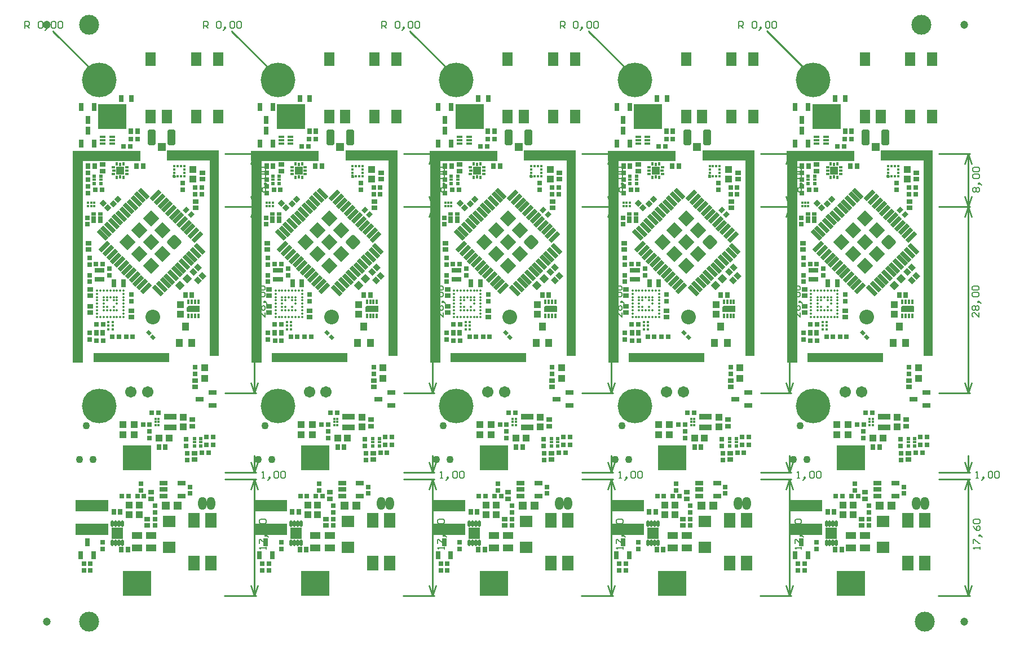
<source format=gbs>
G04*
G04 #@! TF.GenerationSoftware,Altium Limited,Altium Designer,20.1.7 (139)*
G04*
G04 Layer_Color=16711935*
%FSAX25Y25*%
%MOIN*%
G70*
G04*
G04 #@! TF.SameCoordinates,F8038B2A-A6B4-4402-B74A-6C3D08F87057*
G04*
G04*
G04 #@! TF.FilePolarity,Negative*
G04*
G01*
G75*
%ADD36R,0.01968X0.02362*%
%ADD76C,0.01000*%
%ADD79C,0.00591*%
%ADD81C,0.11811*%
%ADD85C,0.04737*%
%ADD86C,0.06706*%
%ADD87O,0.05131X0.07690*%
%ADD88C,0.20485*%
%ADD89C,0.04343*%
%ADD91C,0.00600*%
%ADD92R,0.39843X0.06102*%
%ADD93R,0.06417X1.23189*%
%ADD94R,0.44961X0.05669*%
%ADD95R,0.05668X1.16733*%
%ADD96R,0.31023X0.06024*%
%ADD97R,0.16548X0.14580*%
%ADD98R,0.03162X0.02769*%
%ADD99R,0.03950X0.04737*%
G04:AMPARAMS|DCode=100|XSize=49.34mil|YSize=94.61mil|CornerRadius=14.34mil|HoleSize=0mil|Usage=FLASHONLY|Rotation=0.000|XOffset=0mil|YOffset=0mil|HoleType=Round|Shape=RoundedRectangle|*
%AMROUNDEDRECTD100*
21,1,0.04934,0.06594,0,0,0.0*
21,1,0.02067,0.09461,0,0,0.0*
1,1,0.02867,0.01034,-0.03297*
1,1,0.02867,-0.01034,-0.03297*
1,1,0.02867,-0.01034,0.03297*
1,1,0.02867,0.01034,0.03297*
%
%ADD100ROUNDEDRECTD100*%
%ADD101R,0.04737X0.04737*%
%ADD102R,0.03162X0.04343*%
G04:AMPARAMS|DCode=103|XSize=32.41mil|YSize=30.44mil|CornerRadius=0mil|HoleSize=0mil|Usage=FLASHONLY|Rotation=315.000|XOffset=0mil|YOffset=0mil|HoleType=Round|Shape=Rectangle|*
%AMROTATEDRECTD103*
4,1,4,-0.02222,0.00070,-0.00070,0.02222,0.02222,-0.00070,0.00070,-0.02222,-0.02222,0.00070,0.0*
%
%ADD103ROTATEDRECTD103*%

%ADD104R,0.02769X0.03162*%
%ADD105R,0.01575X0.03150*%
%ADD106C,0.01575*%
G04:AMPARAMS|DCode=107|XSize=17.84mil|YSize=41.47mil|CornerRadius=6.46mil|HoleSize=0mil|Usage=FLASHONLY|Rotation=180.000|XOffset=0mil|YOffset=0mil|HoleType=Round|Shape=RoundedRectangle|*
%AMROUNDEDRECTD107*
21,1,0.01784,0.02854,0,0,180.0*
21,1,0.00492,0.04147,0,0,180.0*
1,1,0.01292,-0.00246,0.01427*
1,1,0.01292,0.00246,0.01427*
1,1,0.01292,0.00246,-0.01427*
1,1,0.01292,-0.00246,-0.01427*
%
%ADD107ROUNDEDRECTD107*%
%ADD108R,0.03162X0.03320*%
%ADD109R,0.01772X0.01772*%
%ADD110R,0.01772X0.01772*%
%ADD111R,0.03950X0.03950*%
%ADD112R,0.03320X0.03162*%
%ADD113R,0.05918X0.07887*%
%ADD114R,0.05918X0.04343*%
%ADD115R,0.07414X0.06784*%
%ADD116R,0.06902X0.09068*%
%ADD117R,0.04540X0.02690*%
%ADD118C,0.01378*%
%ADD119P,0.05586X4X270.0*%
G04:AMPARAMS|DCode=120|XSize=27.69mil|YSize=74.93mil|CornerRadius=0mil|HoleSize=0mil|Usage=FLASHONLY|Rotation=45.000|XOffset=0mil|YOffset=0mil|HoleType=Round|Shape=Rectangle|*
%AMROTATEDRECTD120*
4,1,4,0.01670,-0.03628,-0.03628,0.01670,-0.01670,0.03628,0.03628,-0.01670,0.01670,-0.03628,0.0*
%
%ADD120ROTATEDRECTD120*%

G04:AMPARAMS|DCode=121|XSize=27.69mil|YSize=74.93mil|CornerRadius=0mil|HoleSize=0mil|Usage=FLASHONLY|Rotation=135.000|XOffset=0mil|YOffset=0mil|HoleType=Round|Shape=Rectangle|*
%AMROTATEDRECTD121*
4,1,4,0.03628,0.01670,-0.01670,-0.03628,-0.03628,-0.01670,0.01670,0.03628,0.03628,0.01670,0.0*
%
%ADD121ROTATEDRECTD121*%

G04:AMPARAMS|DCode=122|XSize=67.06mil|YSize=67.06mil|CornerRadius=9.91mil|HoleSize=0mil|Usage=FLASHONLY|Rotation=135.000|XOffset=0mil|YOffset=0mil|HoleType=Round|Shape=RoundedRectangle|*
%AMROUNDEDRECTD122*
21,1,0.06706,0.04724,0,0,135.0*
21,1,0.04724,0.06706,0,0,135.0*
1,1,0.01981,0.00000,0.03341*
1,1,0.01981,0.03341,0.00000*
1,1,0.01981,0.00000,-0.03341*
1,1,0.01981,-0.03341,0.00000*
%
%ADD122ROUNDEDRECTD122*%
%ADD123P,0.09483X4X180.0*%
G04:AMPARAMS|DCode=124|XSize=33.2mil|YSize=31.62mil|CornerRadius=0mil|HoleSize=0mil|Usage=FLASHONLY|Rotation=135.000|XOffset=0mil|YOffset=0mil|HoleType=Round|Shape=Rectangle|*
%AMROTATEDRECTD124*
4,1,4,0.02292,-0.00056,0.00056,-0.02292,-0.02292,0.00056,-0.00056,0.02292,0.02292,-0.00056,0.0*
%
%ADD124ROTATEDRECTD124*%

%ADD125R,0.01968X0.01575*%
%ADD126R,0.04528X0.04528*%
%ADD127R,0.01772X0.02461*%
%ADD128R,0.02461X0.01772*%
G04:AMPARAMS|DCode=129|XSize=32.41mil|YSize=30.44mil|CornerRadius=0mil|HoleSize=0mil|Usage=FLASHONLY|Rotation=225.000|XOffset=0mil|YOffset=0mil|HoleType=Round|Shape=Rectangle|*
%AMROTATEDRECTD129*
4,1,4,0.00070,0.02222,0.02222,0.00070,-0.00070,-0.02222,-0.02222,-0.00070,0.00070,0.02222,0.0*
%
%ADD129ROTATEDRECTD129*%

%ADD130R,0.02769X0.01981*%
%ADD131R,0.02690X0.04540*%
%ADD132R,0.06706X0.07099*%
%ADD133R,0.19304X0.06706*%
%ADD134R,0.03740X0.01772*%
%ADD135R,0.03162X0.05131*%
%ADD136R,0.01981X0.02572*%
G04:AMPARAMS|DCode=137|XSize=31.62mil|YSize=27.69mil|CornerRadius=0mil|HoleSize=0mil|Usage=FLASHONLY|Rotation=225.000|XOffset=0mil|YOffset=0mil|HoleType=Round|Shape=Rectangle|*
%AMROTATEDRECTD137*
4,1,4,0.00139,0.02097,0.02097,0.00139,-0.00139,-0.02097,-0.02097,-0.00139,0.00139,0.02097,0.0*
%
%ADD137ROTATEDRECTD137*%

%ADD138R,0.02769X0.02769*%
%ADD139R,0.01575X0.01575*%
G04:AMPARAMS|DCode=140|XSize=21.78mil|YSize=27.69mil|CornerRadius=0mil|HoleSize=0mil|Usage=FLASHONLY|Rotation=225.000|XOffset=0mil|YOffset=0mil|HoleType=Round|Shape=Rectangle|*
%AMROTATEDRECTD140*
4,1,4,-0.00209,0.01749,0.01749,-0.00209,0.00209,-0.01749,-0.01749,0.00209,-0.00209,0.01749,0.0*
%
%ADD140ROTATEDRECTD140*%

%ADD141R,0.07493X0.03556*%
%ADD142R,0.03950X0.03950*%
%ADD143C,0.08674*%
G36*
X0512228Y0279317D02*
X0512253Y0279315D01*
X0512253Y0279315D01*
X0512253D01*
X0512278Y0279310D01*
X0512304Y0279305D01*
X0512304Y0279305D01*
X0512304Y0279305D01*
X0512332Y0279295D01*
X0512354Y0279288D01*
X0512354Y0279288D01*
X0512354Y0279288D01*
X0512384Y0279273D01*
X0512401Y0279265D01*
X0512401Y0279265D01*
X0512401Y0279265D01*
X0512418Y0279253D01*
X0512444Y0279236D01*
X0512444Y0279236D01*
X0512444Y0279236D01*
X0512456Y0279225D01*
X0512484Y0279201D01*
X0512484Y0279201D01*
X0512484Y0279201D01*
X0512828Y0278856D01*
X0512828Y0278856D01*
X0512828Y0278856D01*
X0512863Y0278817D01*
X0512882Y0278788D01*
X0512892Y0278773D01*
X0512892Y0278773D01*
D01*
X0512893Y0278772D01*
X0512915Y0278726D01*
X0512916Y0278724D01*
X0512932Y0278677D01*
X0512938Y0278646D01*
X0512943Y0278625D01*
X0512946Y0278573D01*
Y0278573D01*
Y0278573D01*
X0512946Y0277933D01*
X0512943Y0277881D01*
X0512938Y0277860D01*
X0512932Y0277829D01*
X0512915Y0277780D01*
X0512892Y0277733D01*
D01*
X0512892Y0277733D01*
X0512882Y0277718D01*
X0512863Y0277689D01*
X0512828Y0277650D01*
X0512828Y0277650D01*
X0512828Y0277650D01*
X0512789Y0277615D01*
X0512760Y0277596D01*
X0512745Y0277586D01*
X0512745Y0277586D01*
D01*
X0512698Y0277563D01*
X0512649Y0277546D01*
X0512618Y0277540D01*
X0512597Y0277536D01*
X0512545Y0277532D01*
X0511462D01*
X0511410Y0277536D01*
X0511359Y0277546D01*
X0511309Y0277563D01*
X0511262Y0277586D01*
X0511218Y0277615D01*
X0511179Y0277650D01*
X0511144Y0277689D01*
X0511115Y0277733D01*
X0511092Y0277780D01*
X0511075Y0277829D01*
X0511065Y0277881D01*
X0511061Y0277933D01*
Y0278917D01*
X0511063Y0278945D01*
X0511065Y0278970D01*
X0511065Y0278970D01*
Y0278970D01*
X0511070Y0278995D01*
X0511075Y0279021D01*
X0511075Y0279021D01*
X0511075Y0279021D01*
X0511082Y0279040D01*
X0511092Y0279071D01*
X0511092Y0279071D01*
X0511092Y0279071D01*
X0511102Y0279092D01*
X0511115Y0279118D01*
X0511115Y0279118D01*
X0511115Y0279118D01*
X0511127Y0279135D01*
X0511144Y0279161D01*
X0511144Y0279161D01*
X0511144Y0279161D01*
X0511155Y0279173D01*
X0511179Y0279201D01*
X0511179Y0279201D01*
X0511179Y0279201D01*
X0511206Y0279225D01*
X0511218Y0279235D01*
X0511218Y0279235D01*
X0511218Y0279235D01*
X0511244Y0279253D01*
X0511262Y0279264D01*
X0511262Y0279264D01*
X0511262Y0279265D01*
X0511288Y0279277D01*
X0511309Y0279288D01*
X0511309Y0279288D01*
X0511309Y0279288D01*
X0511340Y0279298D01*
X0511358Y0279305D01*
X0511359Y0279305D01*
X0511359Y0279305D01*
X0511385Y0279310D01*
X0511410Y0279315D01*
X0511410D01*
X0511410Y0279315D01*
X0511435Y0279316D01*
X0511462Y0279318D01*
X0512200Y0279318D01*
X0512200D01*
X0512200D01*
X0512228Y0279317D01*
D02*
G37*
G36*
X0406714D02*
X0406739Y0279315D01*
X0406739Y0279315D01*
X0406740D01*
X0406765Y0279310D01*
X0406791Y0279305D01*
X0406791Y0279305D01*
X0406791Y0279305D01*
X0406819Y0279295D01*
X0406841Y0279288D01*
X0406841Y0279288D01*
X0406841Y0279288D01*
X0406870Y0279273D01*
X0406887Y0279265D01*
X0406888Y0279265D01*
X0406888Y0279265D01*
X0406905Y0279253D01*
X0406931Y0279236D01*
X0406931Y0279236D01*
X0406931Y0279236D01*
X0406943Y0279225D01*
X0406971Y0279201D01*
X0406971Y0279201D01*
X0406971Y0279201D01*
X0407315Y0278856D01*
X0407315Y0278856D01*
X0407315Y0278856D01*
X0407350Y0278817D01*
X0407369Y0278788D01*
X0407379Y0278773D01*
X0407379Y0278773D01*
D01*
X0407380Y0278772D01*
X0407402Y0278726D01*
X0407403Y0278724D01*
X0407419Y0278677D01*
X0407425Y0278646D01*
X0407429Y0278625D01*
X0407433Y0278573D01*
Y0278573D01*
Y0278573D01*
X0407433Y0277933D01*
X0407429Y0277881D01*
X0407425Y0277860D01*
X0407419Y0277829D01*
X0407402Y0277780D01*
X0407379Y0277733D01*
D01*
X0407379Y0277733D01*
X0407369Y0277718D01*
X0407350Y0277689D01*
X0407315Y0277650D01*
X0407315Y0277650D01*
X0407315Y0277650D01*
X0407276Y0277615D01*
X0407247Y0277596D01*
X0407232Y0277586D01*
X0407232Y0277586D01*
D01*
X0407185Y0277563D01*
X0407135Y0277546D01*
X0407105Y0277540D01*
X0407084Y0277536D01*
X0407032Y0277532D01*
X0405949D01*
X0405897Y0277536D01*
X0405845Y0277546D01*
X0405796Y0277563D01*
X0405749Y0277586D01*
X0405705Y0277615D01*
X0405666Y0277650D01*
X0405631Y0277689D01*
X0405602Y0277733D01*
X0405579Y0277780D01*
X0405562Y0277829D01*
X0405552Y0277881D01*
X0405548Y0277933D01*
Y0278917D01*
X0405550Y0278945D01*
X0405552Y0278970D01*
X0405552Y0278970D01*
Y0278970D01*
X0405557Y0278995D01*
X0405562Y0279021D01*
X0405562Y0279021D01*
X0405562Y0279021D01*
X0405568Y0279040D01*
X0405579Y0279071D01*
X0405579Y0279071D01*
X0405579Y0279071D01*
X0405589Y0279092D01*
X0405602Y0279118D01*
X0405602Y0279118D01*
X0405602Y0279118D01*
X0405614Y0279135D01*
X0405631Y0279161D01*
X0405631Y0279161D01*
X0405631Y0279161D01*
X0405641Y0279173D01*
X0405666Y0279201D01*
X0405666Y0279201D01*
X0405666Y0279201D01*
X0405693Y0279225D01*
X0405705Y0279235D01*
X0405705Y0279235D01*
X0405705Y0279235D01*
X0405731Y0279253D01*
X0405749Y0279264D01*
X0405749Y0279264D01*
X0405749Y0279265D01*
X0405774Y0279277D01*
X0405796Y0279288D01*
X0405796Y0279288D01*
X0405796Y0279288D01*
X0405827Y0279298D01*
X0405845Y0279305D01*
X0405845Y0279305D01*
X0405845Y0279305D01*
X0405871Y0279310D01*
X0405897Y0279315D01*
X0405897D01*
X0405897Y0279315D01*
X0405922Y0279316D01*
X0405949Y0279318D01*
X0406687Y0279318D01*
X0406687D01*
X0406687D01*
X0406714Y0279317D01*
D02*
G37*
G36*
X0301201D02*
X0301226Y0279315D01*
X0301226Y0279315D01*
X0301226D01*
X0301252Y0279310D01*
X0301278Y0279305D01*
X0301278Y0279305D01*
X0301278Y0279305D01*
X0301306Y0279295D01*
X0301327Y0279288D01*
X0301327Y0279288D01*
X0301327Y0279288D01*
X0301357Y0279273D01*
X0301374Y0279265D01*
X0301374Y0279265D01*
X0301374Y0279265D01*
X0301392Y0279253D01*
X0301418Y0279236D01*
X0301418Y0279236D01*
X0301418Y0279236D01*
X0301430Y0279225D01*
X0301457Y0279201D01*
X0301457Y0279201D01*
X0301457Y0279201D01*
X0301802Y0278856D01*
X0301802Y0278856D01*
X0301802Y0278856D01*
X0301837Y0278817D01*
X0301856Y0278788D01*
X0301866Y0278773D01*
X0301866Y0278773D01*
D01*
X0301866Y0278772D01*
X0301889Y0278726D01*
X0301890Y0278724D01*
X0301906Y0278677D01*
X0301912Y0278646D01*
X0301916Y0278625D01*
X0301920Y0278573D01*
Y0278573D01*
Y0278573D01*
X0301919Y0277933D01*
X0301916Y0277881D01*
X0301912Y0277860D01*
X0301906Y0277829D01*
X0301889Y0277780D01*
X0301866Y0277733D01*
D01*
X0301866Y0277733D01*
X0301856Y0277718D01*
X0301837Y0277689D01*
X0301802Y0277650D01*
X0301802Y0277650D01*
X0301802Y0277650D01*
X0301763Y0277615D01*
X0301734Y0277596D01*
X0301719Y0277586D01*
X0301719Y0277586D01*
D01*
X0301672Y0277563D01*
X0301622Y0277546D01*
X0301591Y0277540D01*
X0301571Y0277536D01*
X0301519Y0277532D01*
X0300436D01*
X0300384Y0277536D01*
X0300332Y0277546D01*
X0300283Y0277563D01*
X0300236Y0277586D01*
X0300192Y0277615D01*
X0300152Y0277650D01*
X0300118Y0277689D01*
X0300089Y0277733D01*
X0300065Y0277780D01*
X0300049Y0277829D01*
X0300039Y0277881D01*
X0300035Y0277933D01*
Y0278917D01*
X0300037Y0278945D01*
X0300039Y0278970D01*
X0300039Y0278970D01*
Y0278970D01*
X0300044Y0278995D01*
X0300049Y0279021D01*
X0300049Y0279021D01*
X0300049Y0279021D01*
X0300055Y0279040D01*
X0300065Y0279071D01*
X0300065Y0279071D01*
X0300065Y0279071D01*
X0300076Y0279092D01*
X0300089Y0279118D01*
X0300089Y0279118D01*
X0300089Y0279118D01*
X0300100Y0279135D01*
X0300118Y0279161D01*
X0300118Y0279161D01*
X0300118Y0279161D01*
X0300128Y0279173D01*
X0300152Y0279201D01*
X0300152Y0279201D01*
X0300152Y0279201D01*
X0300180Y0279225D01*
X0300192Y0279235D01*
X0300192Y0279235D01*
X0300192Y0279235D01*
X0300218Y0279253D01*
X0300235Y0279264D01*
X0300235Y0279264D01*
X0300236Y0279265D01*
X0300261Y0279277D01*
X0300282Y0279288D01*
X0300283Y0279288D01*
X0300283Y0279288D01*
X0300313Y0279298D01*
X0300332Y0279305D01*
X0300332Y0279305D01*
X0300332Y0279305D01*
X0300358Y0279310D01*
X0300383Y0279315D01*
X0300383D01*
X0300384Y0279315D01*
X0300408Y0279316D01*
X0300436Y0279318D01*
X0301174Y0279318D01*
X0301174D01*
X0301174D01*
X0301201Y0279317D01*
D02*
G37*
G36*
X0195688D02*
X0195713Y0279315D01*
X0195713Y0279315D01*
X0195713D01*
X0195738Y0279310D01*
X0195764Y0279305D01*
X0195764Y0279305D01*
X0195765Y0279305D01*
X0195793Y0279295D01*
X0195814Y0279288D01*
X0195814Y0279288D01*
X0195814Y0279288D01*
X0195844Y0279273D01*
X0195861Y0279265D01*
X0195861Y0279265D01*
X0195861Y0279265D01*
X0195879Y0279253D01*
X0195905Y0279236D01*
X0195905Y0279236D01*
X0195905Y0279236D01*
X0195916Y0279225D01*
X0195944Y0279201D01*
X0195944Y0279201D01*
X0195944Y0279201D01*
X0196289Y0278856D01*
X0196289Y0278856D01*
X0196289Y0278856D01*
X0196323Y0278817D01*
X0196343Y0278788D01*
X0196353Y0278773D01*
X0196353Y0278773D01*
D01*
X0196353Y0278772D01*
X0196376Y0278726D01*
X0196377Y0278724D01*
X0196393Y0278677D01*
X0196399Y0278646D01*
X0196403Y0278625D01*
X0196406Y0278573D01*
Y0278573D01*
Y0278573D01*
X0196406Y0277933D01*
X0196403Y0277881D01*
X0196399Y0277860D01*
X0196393Y0277829D01*
X0196376Y0277780D01*
X0196353Y0277733D01*
D01*
X0196353Y0277733D01*
X0196343Y0277718D01*
X0196323Y0277689D01*
X0196289Y0277650D01*
X0196289Y0277650D01*
X0196289Y0277650D01*
X0196249Y0277615D01*
X0196220Y0277596D01*
X0196206Y0277586D01*
X0196206Y0277586D01*
D01*
X0196159Y0277563D01*
X0196109Y0277546D01*
X0196078Y0277540D01*
X0196058Y0277536D01*
X0196005Y0277532D01*
X0194923D01*
X0194870Y0277536D01*
X0194819Y0277546D01*
X0194769Y0277563D01*
X0194722Y0277586D01*
X0194679Y0277615D01*
X0194639Y0277650D01*
X0194605Y0277689D01*
X0194576Y0277733D01*
X0194552Y0277780D01*
X0194536Y0277829D01*
X0194525Y0277881D01*
X0194522Y0277933D01*
Y0278917D01*
X0194524Y0278945D01*
X0194525Y0278970D01*
X0194525Y0278970D01*
Y0278970D01*
X0194530Y0278995D01*
X0194536Y0279021D01*
X0194536Y0279021D01*
X0194536Y0279021D01*
X0194542Y0279040D01*
X0194552Y0279071D01*
X0194552Y0279071D01*
X0194552Y0279071D01*
X0194563Y0279092D01*
X0194576Y0279118D01*
X0194576Y0279118D01*
X0194576Y0279118D01*
X0194587Y0279135D01*
X0194605Y0279161D01*
X0194605Y0279161D01*
X0194605Y0279161D01*
X0194615Y0279173D01*
X0194639Y0279201D01*
X0194639Y0279201D01*
X0194639Y0279201D01*
X0194667Y0279225D01*
X0194679Y0279235D01*
X0194679Y0279235D01*
X0194679Y0279235D01*
X0194704Y0279253D01*
X0194722Y0279264D01*
X0194722Y0279264D01*
X0194722Y0279265D01*
X0194748Y0279277D01*
X0194769Y0279288D01*
X0194769Y0279288D01*
X0194769Y0279288D01*
X0194800Y0279298D01*
X0194819Y0279305D01*
X0194819Y0279305D01*
X0194819Y0279305D01*
X0194845Y0279310D01*
X0194870Y0279315D01*
X0194870D01*
X0194870Y0279315D01*
X0194895Y0279316D01*
X0194923Y0279318D01*
X0195661Y0279318D01*
X0195661D01*
X0195661D01*
X0195688Y0279317D01*
D02*
G37*
G36*
X0090175D02*
X0090200Y0279315D01*
X0090200Y0279315D01*
X0090200D01*
X0090225Y0279310D01*
X0090251Y0279305D01*
X0090251Y0279305D01*
X0090251Y0279305D01*
X0090279Y0279295D01*
X0090301Y0279288D01*
X0090301Y0279288D01*
X0090301Y0279288D01*
X0090331Y0279273D01*
X0090348Y0279265D01*
X0090348Y0279265D01*
X0090348Y0279265D01*
X0090365Y0279253D01*
X0090391Y0279236D01*
X0090391Y0279236D01*
X0090391Y0279236D01*
X0090403Y0279225D01*
X0090431Y0279201D01*
X0090431Y0279201D01*
X0090431Y0279201D01*
X0090776Y0278856D01*
X0090776Y0278856D01*
X0090776Y0278856D01*
X0090810Y0278817D01*
X0090829Y0278788D01*
X0090839Y0278773D01*
X0090839Y0278773D01*
D01*
X0090840Y0278772D01*
X0090863Y0278726D01*
X0090863Y0278724D01*
X0090879Y0278677D01*
X0090886Y0278646D01*
X0090890Y0278625D01*
X0090893Y0278573D01*
Y0278573D01*
Y0278573D01*
X0090893Y0277933D01*
X0090890Y0277881D01*
X0090886Y0277860D01*
X0090879Y0277829D01*
X0090863Y0277780D01*
X0090839Y0277733D01*
D01*
X0090839Y0277733D01*
X0090829Y0277718D01*
X0090810Y0277689D01*
X0090776Y0277650D01*
X0090776Y0277650D01*
X0090776Y0277650D01*
X0090736Y0277615D01*
X0090707Y0277596D01*
X0090693Y0277586D01*
X0090693Y0277586D01*
D01*
X0090645Y0277563D01*
X0090596Y0277546D01*
X0090565Y0277540D01*
X0090544Y0277536D01*
X0090492Y0277532D01*
X0089410D01*
X0089357Y0277536D01*
X0089306Y0277546D01*
X0089256Y0277563D01*
X0089209Y0277586D01*
X0089165Y0277615D01*
X0089126Y0277650D01*
X0089091Y0277689D01*
X0089062Y0277733D01*
X0089039Y0277780D01*
X0089022Y0277829D01*
X0089012Y0277881D01*
X0089009Y0277933D01*
Y0278917D01*
X0089010Y0278945D01*
X0089012Y0278970D01*
X0089012Y0278970D01*
Y0278970D01*
X0089017Y0278995D01*
X0089022Y0279021D01*
X0089022Y0279021D01*
X0089022Y0279021D01*
X0089029Y0279040D01*
X0089039Y0279071D01*
X0089039Y0279071D01*
X0089039Y0279071D01*
X0089050Y0279092D01*
X0089062Y0279118D01*
X0089062Y0279118D01*
X0089062Y0279118D01*
X0089074Y0279135D01*
X0089091Y0279161D01*
X0089091Y0279161D01*
X0089091Y0279161D01*
X0089102Y0279173D01*
X0089126Y0279201D01*
X0089126Y0279201D01*
X0089126Y0279201D01*
X0089154Y0279225D01*
X0089165Y0279235D01*
X0089165Y0279235D01*
X0089165Y0279235D01*
X0089191Y0279253D01*
X0089209Y0279264D01*
X0089209Y0279264D01*
X0089209Y0279265D01*
X0089235Y0279277D01*
X0089256Y0279288D01*
X0089256Y0279288D01*
X0089256Y0279288D01*
X0089287Y0279298D01*
X0089306Y0279305D01*
X0089306Y0279305D01*
X0089306Y0279305D01*
X0089332Y0279310D01*
X0089357Y0279315D01*
X0089357D01*
X0089357Y0279315D01*
X0089382Y0279316D01*
X0089409Y0279318D01*
X0090147Y0279318D01*
X0090148D01*
X0090148D01*
X0090175Y0279317D01*
D02*
G37*
G36*
X0526831Y0201775D02*
X0526861Y0201768D01*
X0526882Y0201764D01*
X0526882Y0201764D01*
D01*
X0526932Y0201747D01*
X0526979Y0201724D01*
X0527022Y0201695D01*
X0527059Y0201663D01*
X0527062Y0201661D01*
Y0201661D01*
X0527062D01*
X0527064Y0201658D01*
X0527096Y0201621D01*
X0527125Y0201578D01*
X0527149Y0201531D01*
X0527166Y0201481D01*
D01*
X0527166Y0201481D01*
X0527170Y0201460D01*
X0527176Y0201430D01*
X0527179Y0201377D01*
Y0201377D01*
Y0201377D01*
X0527179Y0198307D01*
X0527177Y0198282D01*
X0527176Y0198255D01*
X0527176Y0198255D01*
X0527176Y0198255D01*
X0527171Y0198231D01*
X0527165Y0198204D01*
X0527165Y0198203D01*
X0527165Y0198203D01*
X0527158Y0198182D01*
X0527149Y0198154D01*
X0527148Y0198154D01*
X0527148Y0198154D01*
X0527138Y0198133D01*
X0527125Y0198107D01*
X0527125Y0198107D01*
X0527125Y0198107D01*
X0527109Y0198083D01*
X0527096Y0198063D01*
X0527096Y0198063D01*
X0527096Y0198063D01*
X0527078Y0198042D01*
X0527062Y0198024D01*
X0527062Y0198024D01*
X0527062Y0198023D01*
X0527044Y0198008D01*
X0527022Y0197989D01*
X0527022Y0197989D01*
X0527022Y0197989D01*
X0527003Y0197976D01*
X0526979Y0197960D01*
X0526979Y0197960D01*
X0526978Y0197960D01*
X0526953Y0197947D01*
X0526932Y0197937D01*
X0526932Y0197937D01*
X0526931Y0197937D01*
X0526903Y0197927D01*
X0526882Y0197920D01*
X0526882Y0197920D01*
X0526882Y0197920D01*
X0526855Y0197914D01*
X0526831Y0197910D01*
X0526831Y0197910D01*
X0526830Y0197910D01*
X0526804Y0197908D01*
X0526778Y0197906D01*
X0519929Y0197901D01*
X0519929Y0197901D01*
X0519928Y0197901D01*
X0519908Y0197903D01*
X0519876Y0197905D01*
X0519876Y0197905D01*
X0519876D01*
X0519852Y0197910D01*
X0519825Y0197915D01*
X0519825Y0197915D01*
X0519825Y0197915D01*
X0519799Y0197924D01*
X0519775Y0197932D01*
X0519775Y0197932D01*
X0519775Y0197932D01*
X0519758Y0197940D01*
X0519728Y0197955D01*
X0519728Y0197955D01*
X0519728Y0197955D01*
X0519711Y0197966D01*
X0519685Y0197984D01*
X0519684Y0197984D01*
X0519684Y0197984D01*
X0519667Y0197999D01*
X0519645Y0198019D01*
X0519645Y0198019D01*
X0519645Y0198019D01*
X0519626Y0198040D01*
X0519611Y0198058D01*
X0519610Y0198058D01*
X0519610Y0198058D01*
X0519593Y0198085D01*
X0519581Y0198101D01*
X0519581Y0198102D01*
X0519581Y0198102D01*
X0519566Y0198132D01*
X0519558Y0198149D01*
X0519558Y0198149D01*
X0519558Y0198149D01*
X0519550Y0198172D01*
X0519541Y0198198D01*
X0519541Y0198198D01*
X0519541Y0198198D01*
X0519536Y0198224D01*
X0519531Y0198250D01*
Y0198250D01*
X0519531Y0198250D01*
X0519529Y0198281D01*
X0519527Y0198302D01*
X0519527Y0198302D01*
X0519527Y0198302D01*
X0519527Y0200786D01*
X0519527Y0200787D01*
X0519527Y0200787D01*
X0519529Y0200816D01*
X0519530Y0200839D01*
X0519530Y0200839D01*
X0519530Y0200839D01*
X0519535Y0200863D01*
X0519541Y0200890D01*
X0519541Y0200890D01*
X0519541Y0200891D01*
X0519547Y0200908D01*
X0519557Y0200940D01*
X0519557Y0200940D01*
X0519558Y0200940D01*
X0519569Y0200964D01*
X0519581Y0200987D01*
X0519581Y0200987D01*
X0519581Y0200987D01*
X0519599Y0201014D01*
X0519610Y0201030D01*
X0519610Y0201031D01*
X0519610Y0201031D01*
X0519629Y0201053D01*
X0519644Y0201070D01*
X0519644Y0201070D01*
X0519644Y0201070D01*
X0520236Y0201661D01*
X0520253Y0201676D01*
X0520275Y0201695D01*
X0520275Y0201695D01*
X0520275Y0201695D01*
X0520295Y0201708D01*
X0520319Y0201724D01*
X0520319Y0201724D01*
X0520319Y0201724D01*
X0520342Y0201736D01*
X0520366Y0201747D01*
X0520366Y0201747D01*
X0520366Y0201747D01*
X0520384Y0201754D01*
X0520415Y0201764D01*
X0520415Y0201764D01*
X0520416Y0201764D01*
X0520434Y0201768D01*
X0520467Y0201775D01*
X0520467Y0201775D01*
X0520467Y0201775D01*
X0520491Y0201776D01*
X0520519Y0201778D01*
X0526778Y0201778D01*
X0526778D01*
X0526778D01*
X0526831Y0201775D01*
D02*
G37*
G36*
X0421317D02*
X0421348Y0201768D01*
X0421369Y0201764D01*
X0421369Y0201764D01*
D01*
X0421419Y0201747D01*
X0421465Y0201724D01*
X0421509Y0201695D01*
X0421546Y0201663D01*
X0421549Y0201661D01*
Y0201661D01*
X0421549D01*
X0421551Y0201658D01*
X0421583Y0201621D01*
X0421612Y0201578D01*
X0421635Y0201531D01*
X0421652Y0201481D01*
D01*
X0421652Y0201481D01*
X0421656Y0201460D01*
X0421663Y0201430D01*
X0421666Y0201377D01*
Y0201377D01*
Y0201377D01*
X0421666Y0198307D01*
X0421664Y0198282D01*
X0421662Y0198255D01*
X0421662Y0198255D01*
X0421662Y0198255D01*
X0421658Y0198231D01*
X0421652Y0198204D01*
X0421652Y0198203D01*
X0421652Y0198203D01*
X0421645Y0198182D01*
X0421635Y0198154D01*
X0421635Y0198154D01*
X0421635Y0198154D01*
X0421625Y0198133D01*
X0421612Y0198107D01*
X0421612Y0198107D01*
X0421612Y0198107D01*
X0421596Y0198083D01*
X0421583Y0198063D01*
X0421583Y0198063D01*
X0421583Y0198063D01*
X0421564Y0198042D01*
X0421549Y0198024D01*
X0421548Y0198024D01*
X0421548Y0198023D01*
X0421530Y0198008D01*
X0421509Y0197989D01*
X0421509Y0197989D01*
X0421509Y0197989D01*
X0421489Y0197976D01*
X0421466Y0197960D01*
X0421465Y0197960D01*
X0421465Y0197960D01*
X0421440Y0197947D01*
X0421419Y0197937D01*
X0421419Y0197937D01*
X0421418Y0197937D01*
X0421390Y0197927D01*
X0421369Y0197920D01*
X0421369Y0197920D01*
X0421369Y0197920D01*
X0421342Y0197914D01*
X0421317Y0197910D01*
X0421317Y0197910D01*
X0421317Y0197910D01*
X0421291Y0197908D01*
X0421265Y0197906D01*
X0414415Y0197901D01*
X0414415Y0197901D01*
X0414415Y0197901D01*
X0414395Y0197903D01*
X0414363Y0197905D01*
X0414363Y0197905D01*
X0414363D01*
X0414338Y0197910D01*
X0414312Y0197915D01*
X0414312Y0197915D01*
X0414312Y0197915D01*
X0414285Y0197924D01*
X0414262Y0197932D01*
X0414262Y0197932D01*
X0414262Y0197932D01*
X0414245Y0197940D01*
X0414215Y0197955D01*
X0414215Y0197955D01*
X0414215Y0197955D01*
X0414198Y0197966D01*
X0414171Y0197984D01*
X0414171Y0197984D01*
X0414171Y0197984D01*
X0414154Y0197999D01*
X0414132Y0198019D01*
X0414132Y0198019D01*
X0414132Y0198019D01*
X0414113Y0198040D01*
X0414097Y0198058D01*
X0414097Y0198058D01*
X0414097Y0198058D01*
X0414079Y0198085D01*
X0414068Y0198101D01*
X0414068Y0198102D01*
X0414068Y0198102D01*
X0414053Y0198132D01*
X0414045Y0198149D01*
X0414045Y0198149D01*
X0414045Y0198149D01*
X0414037Y0198172D01*
X0414028Y0198198D01*
X0414028Y0198198D01*
X0414028Y0198198D01*
X0414023Y0198224D01*
X0414018Y0198250D01*
Y0198250D01*
X0414018Y0198250D01*
X0414016Y0198281D01*
X0414014Y0198302D01*
X0414014Y0198302D01*
X0414014Y0198302D01*
X0414014Y0200786D01*
X0414014Y0200787D01*
X0414014Y0200787D01*
X0414015Y0200816D01*
X0414017Y0200839D01*
X0414017Y0200839D01*
X0414017Y0200839D01*
X0414022Y0200863D01*
X0414027Y0200890D01*
X0414027Y0200890D01*
X0414027Y0200891D01*
X0414033Y0200908D01*
X0414044Y0200940D01*
X0414044Y0200940D01*
X0414044Y0200940D01*
X0414056Y0200964D01*
X0414067Y0200987D01*
X0414067Y0200987D01*
X0414068Y0200987D01*
X0414085Y0201014D01*
X0414096Y0201030D01*
X0414096Y0201031D01*
X0414097Y0201031D01*
X0414116Y0201053D01*
X0414131Y0201070D01*
X0414131Y0201070D01*
X0414131Y0201070D01*
X0414723Y0201661D01*
X0414740Y0201676D01*
X0414762Y0201695D01*
X0414762Y0201695D01*
X0414762Y0201695D01*
X0414782Y0201708D01*
X0414805Y0201724D01*
X0414806Y0201724D01*
X0414806Y0201724D01*
X0414829Y0201736D01*
X0414852Y0201747D01*
X0414853Y0201747D01*
X0414853Y0201747D01*
X0414871Y0201754D01*
X0414902Y0201764D01*
X0414902Y0201764D01*
X0414902Y0201764D01*
X0414921Y0201768D01*
X0414954Y0201775D01*
X0414954Y0201775D01*
X0414954Y0201775D01*
X0414978Y0201776D01*
X0415006Y0201778D01*
X0421265Y0201778D01*
X0421265D01*
X0421265D01*
X0421317Y0201775D01*
D02*
G37*
G36*
X0315804D02*
X0315835Y0201768D01*
X0315856Y0201764D01*
X0315856Y0201764D01*
D01*
X0315905Y0201747D01*
X0315952Y0201724D01*
X0315996Y0201695D01*
X0316033Y0201663D01*
X0316035Y0201661D01*
Y0201661D01*
X0316035D01*
X0316038Y0201658D01*
X0316070Y0201621D01*
X0316099Y0201578D01*
X0316122Y0201531D01*
X0316139Y0201481D01*
D01*
X0316139Y0201481D01*
X0316143Y0201460D01*
X0316149Y0201430D01*
X0316153Y0201377D01*
Y0201377D01*
Y0201377D01*
X0316153Y0198307D01*
X0316151Y0198282D01*
X0316149Y0198255D01*
X0316149Y0198255D01*
X0316149Y0198255D01*
X0316144Y0198231D01*
X0316139Y0198204D01*
X0316139Y0198203D01*
X0316139Y0198203D01*
X0316132Y0198182D01*
X0316122Y0198154D01*
X0316122Y0198154D01*
X0316122Y0198154D01*
X0316112Y0198133D01*
X0316099Y0198107D01*
X0316099Y0198107D01*
X0316099Y0198107D01*
X0316083Y0198083D01*
X0316070Y0198063D01*
X0316070Y0198063D01*
X0316070Y0198063D01*
X0316051Y0198042D01*
X0316035Y0198024D01*
X0316035Y0198024D01*
X0316035Y0198023D01*
X0316017Y0198008D01*
X0315996Y0197989D01*
X0315996Y0197989D01*
X0315996Y0197989D01*
X0315976Y0197976D01*
X0315952Y0197960D01*
X0315952Y0197960D01*
X0315952Y0197960D01*
X0315927Y0197947D01*
X0315905Y0197937D01*
X0315905Y0197937D01*
X0315905Y0197937D01*
X0315877Y0197927D01*
X0315856Y0197920D01*
X0315856Y0197920D01*
X0315855Y0197920D01*
X0315828Y0197914D01*
X0315804Y0197910D01*
X0315804Y0197910D01*
X0315804Y0197910D01*
X0315778Y0197908D01*
X0315752Y0197906D01*
X0308902Y0197901D01*
X0308902Y0197901D01*
X0308902Y0197901D01*
X0308882Y0197903D01*
X0308850Y0197905D01*
X0308850Y0197905D01*
X0308850D01*
X0308825Y0197910D01*
X0308798Y0197915D01*
X0308798Y0197915D01*
X0308798Y0197915D01*
X0308772Y0197924D01*
X0308749Y0197932D01*
X0308749Y0197932D01*
X0308749Y0197932D01*
X0308732Y0197940D01*
X0308702Y0197955D01*
X0308702Y0197955D01*
X0308701Y0197955D01*
X0308685Y0197966D01*
X0308658Y0197984D01*
X0308658Y0197984D01*
X0308658Y0197984D01*
X0308641Y0197999D01*
X0308619Y0198019D01*
X0308619Y0198019D01*
X0308618Y0198019D01*
X0308599Y0198040D01*
X0308584Y0198058D01*
X0308584Y0198058D01*
X0308584Y0198058D01*
X0308566Y0198085D01*
X0308555Y0198101D01*
X0308555Y0198102D01*
X0308555Y0198102D01*
X0308540Y0198132D01*
X0308532Y0198149D01*
X0308532Y0198149D01*
X0308532Y0198149D01*
X0308524Y0198172D01*
X0308515Y0198198D01*
X0308515Y0198198D01*
X0308515Y0198198D01*
X0308509Y0198224D01*
X0308505Y0198250D01*
Y0198250D01*
X0308505Y0198250D01*
X0308502Y0198281D01*
X0308501Y0198302D01*
X0308501Y0198302D01*
X0308501Y0198302D01*
X0308500Y0200786D01*
X0308500Y0200787D01*
X0308500Y0200787D01*
X0308502Y0200816D01*
X0308504Y0200839D01*
X0308504Y0200839D01*
X0308504Y0200839D01*
X0308509Y0200863D01*
X0308514Y0200890D01*
X0308514Y0200890D01*
X0308514Y0200891D01*
X0308520Y0200908D01*
X0308531Y0200940D01*
X0308531Y0200940D01*
X0308531Y0200940D01*
X0308543Y0200964D01*
X0308554Y0200987D01*
X0308554Y0200987D01*
X0308554Y0200987D01*
X0308572Y0201014D01*
X0308583Y0201030D01*
X0308583Y0201031D01*
X0308583Y0201031D01*
X0308603Y0201053D01*
X0308618Y0201070D01*
X0308618Y0201070D01*
X0308618Y0201070D01*
X0309209Y0201661D01*
X0309226Y0201676D01*
X0309249Y0201695D01*
X0309249Y0201695D01*
X0309249Y0201695D01*
X0309269Y0201708D01*
X0309292Y0201724D01*
X0309292Y0201724D01*
X0309293Y0201724D01*
X0309315Y0201736D01*
X0309339Y0201747D01*
X0309339Y0201747D01*
X0309339Y0201747D01*
X0309358Y0201754D01*
X0309389Y0201764D01*
X0309389Y0201764D01*
X0309389Y0201764D01*
X0309408Y0201768D01*
X0309440Y0201775D01*
X0309440Y0201775D01*
X0309441Y0201775D01*
X0309465Y0201776D01*
X0309493Y0201778D01*
X0315752Y0201778D01*
X0315752D01*
X0315752D01*
X0315804Y0201775D01*
D02*
G37*
G36*
X0210291D02*
X0210322Y0201768D01*
X0210342Y0201764D01*
X0210342Y0201764D01*
D01*
X0210392Y0201747D01*
X0210439Y0201724D01*
X0210483Y0201695D01*
X0210519Y0201663D01*
X0210522Y0201661D01*
Y0201661D01*
X0210522D01*
X0210525Y0201658D01*
X0210557Y0201621D01*
X0210586Y0201578D01*
X0210609Y0201531D01*
X0210626Y0201481D01*
D01*
X0210626Y0201481D01*
X0210630Y0201460D01*
X0210636Y0201430D01*
X0210640Y0201377D01*
Y0201377D01*
Y0201377D01*
X0210639Y0198307D01*
X0210638Y0198282D01*
X0210636Y0198255D01*
X0210636Y0198255D01*
X0210636Y0198255D01*
X0210631Y0198231D01*
X0210626Y0198204D01*
X0210626Y0198203D01*
X0210626Y0198203D01*
X0210619Y0198182D01*
X0210609Y0198154D01*
X0210609Y0198154D01*
X0210609Y0198154D01*
X0210598Y0198133D01*
X0210586Y0198107D01*
X0210586Y0198107D01*
X0210586Y0198107D01*
X0210570Y0198083D01*
X0210557Y0198063D01*
X0210557Y0198063D01*
X0210557Y0198063D01*
X0210538Y0198042D01*
X0210522Y0198024D01*
X0210522Y0198024D01*
X0210522Y0198023D01*
X0210504Y0198008D01*
X0210483Y0197989D01*
X0210483Y0197989D01*
X0210483Y0197989D01*
X0210463Y0197976D01*
X0210439Y0197960D01*
X0210439Y0197960D01*
X0210439Y0197960D01*
X0210414Y0197947D01*
X0210392Y0197937D01*
X0210392Y0197937D01*
X0210392Y0197937D01*
X0210364Y0197927D01*
X0210343Y0197920D01*
X0210342Y0197920D01*
X0210342Y0197920D01*
X0210315Y0197914D01*
X0210291Y0197910D01*
X0210291Y0197910D01*
X0210291Y0197910D01*
X0210264Y0197908D01*
X0210239Y0197906D01*
X0203389Y0197901D01*
X0203389Y0197901D01*
X0203389Y0197901D01*
X0203368Y0197903D01*
X0203337Y0197905D01*
X0203337Y0197905D01*
X0203336D01*
X0203312Y0197910D01*
X0203285Y0197915D01*
X0203285Y0197915D01*
X0203285Y0197915D01*
X0203259Y0197924D01*
X0203236Y0197932D01*
X0203235Y0197932D01*
X0203235Y0197932D01*
X0203219Y0197940D01*
X0203188Y0197955D01*
X0203188Y0197955D01*
X0203188Y0197955D01*
X0203172Y0197966D01*
X0203145Y0197984D01*
X0203145Y0197984D01*
X0203145Y0197984D01*
X0203127Y0197999D01*
X0203105Y0198019D01*
X0203105Y0198019D01*
X0203105Y0198019D01*
X0203086Y0198040D01*
X0203071Y0198058D01*
X0203071Y0198058D01*
X0203071Y0198058D01*
X0203053Y0198085D01*
X0203042Y0198101D01*
X0203042Y0198102D01*
X0203042Y0198102D01*
X0203027Y0198132D01*
X0203018Y0198149D01*
X0203018Y0198149D01*
X0203018Y0198149D01*
X0203011Y0198172D01*
X0203001Y0198198D01*
X0203001Y0198198D01*
X0203001Y0198198D01*
X0202996Y0198224D01*
X0202991Y0198250D01*
Y0198250D01*
X0202991Y0198250D01*
X0202989Y0198281D01*
X0202988Y0198302D01*
X0202988Y0198302D01*
X0202988Y0198302D01*
X0202987Y0200786D01*
X0202987Y0200787D01*
X0202987Y0200787D01*
X0202989Y0200816D01*
X0202991Y0200839D01*
X0202991Y0200839D01*
X0202991Y0200839D01*
X0202995Y0200863D01*
X0203001Y0200890D01*
X0203001Y0200890D01*
X0203001Y0200891D01*
X0203007Y0200908D01*
X0203018Y0200940D01*
X0203018Y0200940D01*
X0203018Y0200940D01*
X0203029Y0200964D01*
X0203041Y0200987D01*
X0203041Y0200987D01*
X0203041Y0200987D01*
X0203059Y0201014D01*
X0203070Y0201030D01*
X0203070Y0201031D01*
X0203070Y0201031D01*
X0203090Y0201053D01*
X0203104Y0201070D01*
X0203105Y0201070D01*
X0203105Y0201070D01*
X0203696Y0201661D01*
X0203713Y0201676D01*
X0203735Y0201695D01*
X0203735Y0201695D01*
X0203736Y0201695D01*
X0203755Y0201708D01*
X0203779Y0201724D01*
X0203779Y0201724D01*
X0203779Y0201724D01*
X0203802Y0201736D01*
X0203826Y0201747D01*
X0203826Y0201747D01*
X0203826Y0201747D01*
X0203844Y0201754D01*
X0203876Y0201764D01*
X0203876Y0201764D01*
X0203876Y0201764D01*
X0203894Y0201768D01*
X0203927Y0201775D01*
X0203927Y0201775D01*
X0203927Y0201775D01*
X0203951Y0201776D01*
X0203979Y0201778D01*
X0210239Y0201778D01*
X0210239D01*
X0210239D01*
X0210291Y0201775D01*
D02*
G37*
G36*
X0104778D02*
X0104808Y0201768D01*
X0104829Y0201764D01*
X0104829Y0201764D01*
D01*
X0104879Y0201747D01*
X0104926Y0201724D01*
X0104970Y0201695D01*
X0105006Y0201663D01*
X0105009Y0201661D01*
Y0201661D01*
X0105009D01*
X0105011Y0201658D01*
X0105043Y0201621D01*
X0105073Y0201578D01*
X0105096Y0201531D01*
X0105113Y0201481D01*
D01*
X0105113Y0201481D01*
X0105117Y0201460D01*
X0105123Y0201430D01*
X0105126Y0201377D01*
Y0201377D01*
Y0201377D01*
X0105126Y0198307D01*
X0105124Y0198282D01*
X0105123Y0198255D01*
X0105123Y0198255D01*
X0105123Y0198255D01*
X0105118Y0198231D01*
X0105113Y0198204D01*
X0105113Y0198203D01*
X0105112Y0198203D01*
X0105105Y0198182D01*
X0105096Y0198154D01*
X0105096Y0198154D01*
X0105096Y0198154D01*
X0105085Y0198133D01*
X0105072Y0198107D01*
X0105072Y0198107D01*
X0105072Y0198107D01*
X0105057Y0198083D01*
X0105043Y0198063D01*
X0105043Y0198063D01*
X0105043Y0198063D01*
X0105025Y0198042D01*
X0105009Y0198024D01*
X0105009Y0198024D01*
X0105009Y0198023D01*
X0104991Y0198008D01*
X0104970Y0197989D01*
X0104969Y0197989D01*
X0104969Y0197989D01*
X0104950Y0197976D01*
X0104926Y0197960D01*
X0104926Y0197960D01*
X0104926Y0197960D01*
X0104900Y0197947D01*
X0104879Y0197937D01*
X0104879Y0197937D01*
X0104879Y0197937D01*
X0104850Y0197927D01*
X0104829Y0197920D01*
X0104829Y0197920D01*
X0104829Y0197920D01*
X0104802Y0197914D01*
X0104778Y0197910D01*
X0104778Y0197910D01*
X0104778Y0197910D01*
X0104751Y0197908D01*
X0104726Y0197906D01*
X0097876Y0197901D01*
X0097876Y0197901D01*
X0097875Y0197901D01*
X0097855Y0197903D01*
X0097823Y0197905D01*
X0097823Y0197905D01*
X0097823D01*
X0097799Y0197910D01*
X0097772Y0197915D01*
X0097772Y0197915D01*
X0097772Y0197915D01*
X0097746Y0197924D01*
X0097722Y0197932D01*
X0097722Y0197932D01*
X0097722Y0197932D01*
X0097706Y0197940D01*
X0097675Y0197955D01*
X0097675Y0197955D01*
X0097675Y0197955D01*
X0097659Y0197966D01*
X0097632Y0197984D01*
X0097632Y0197984D01*
X0097632Y0197984D01*
X0097614Y0197999D01*
X0097592Y0198019D01*
X0097592Y0198019D01*
X0097592Y0198019D01*
X0097573Y0198040D01*
X0097558Y0198058D01*
X0097558Y0198058D01*
X0097557Y0198058D01*
X0097540Y0198085D01*
X0097528Y0198101D01*
X0097528Y0198102D01*
X0097528Y0198102D01*
X0097514Y0198132D01*
X0097505Y0198149D01*
X0097505Y0198149D01*
X0097505Y0198149D01*
X0097497Y0198172D01*
X0097488Y0198198D01*
X0097488Y0198198D01*
X0097488Y0198198D01*
X0097483Y0198224D01*
X0097478Y0198250D01*
Y0198250D01*
X0097478Y0198250D01*
X0097476Y0198281D01*
X0097475Y0198302D01*
X0097475Y0198302D01*
X0097475Y0198302D01*
X0097474Y0200786D01*
X0097474Y0200787D01*
X0097474Y0200787D01*
X0097476Y0200816D01*
X0097477Y0200839D01*
X0097477Y0200839D01*
X0097477Y0200839D01*
X0097482Y0200863D01*
X0097488Y0200890D01*
X0097488Y0200890D01*
X0097488Y0200891D01*
X0097494Y0200908D01*
X0097504Y0200940D01*
X0097505Y0200940D01*
X0097505Y0200940D01*
X0097516Y0200964D01*
X0097528Y0200987D01*
X0097528Y0200987D01*
X0097528Y0200987D01*
X0097546Y0201014D01*
X0097557Y0201030D01*
X0097557Y0201031D01*
X0097557Y0201031D01*
X0097576Y0201053D01*
X0097591Y0201070D01*
X0097591Y0201070D01*
X0097592Y0201070D01*
X0098183Y0201661D01*
X0098200Y0201676D01*
X0098222Y0201695D01*
X0098222Y0201695D01*
X0098222Y0201695D01*
X0098242Y0201708D01*
X0098266Y0201724D01*
X0098266Y0201724D01*
X0098266Y0201724D01*
X0098289Y0201736D01*
X0098313Y0201747D01*
X0098313Y0201747D01*
X0098313Y0201747D01*
X0098331Y0201754D01*
X0098362Y0201764D01*
X0098363Y0201764D01*
X0098363Y0201764D01*
X0098381Y0201768D01*
X0098414Y0201775D01*
X0098414Y0201775D01*
X0098414Y0201775D01*
X0098438Y0201776D01*
X0098466Y0201778D01*
X0104725Y0201778D01*
X0104725D01*
X0104725D01*
X0104778Y0201775D01*
D02*
G37*
D36*
X0042677Y0278346D02*
D03*
Y0274173D02*
D03*
X0046614Y0278346D02*
D03*
Y0274173D02*
D03*
X0101812Y0122991D02*
D03*
Y0118818D02*
D03*
X0105749Y0122991D02*
D03*
Y0118818D02*
D03*
X0148190Y0278346D02*
D03*
Y0274173D02*
D03*
X0152127Y0278346D02*
D03*
Y0274173D02*
D03*
X0207325Y0122991D02*
D03*
Y0118818D02*
D03*
X0211262Y0122991D02*
D03*
Y0118818D02*
D03*
X0253704Y0278346D02*
D03*
Y0274173D02*
D03*
X0257641Y0278346D02*
D03*
Y0274173D02*
D03*
X0312838Y0122991D02*
D03*
Y0118818D02*
D03*
X0316775Y0122991D02*
D03*
Y0118818D02*
D03*
X0359217Y0278346D02*
D03*
Y0274173D02*
D03*
X0363154Y0278346D02*
D03*
Y0274173D02*
D03*
X0418352Y0122991D02*
D03*
Y0118818D02*
D03*
X0422289Y0122991D02*
D03*
Y0118818D02*
D03*
X0464730Y0278346D02*
D03*
Y0274173D02*
D03*
X0468667Y0278346D02*
D03*
Y0274173D02*
D03*
X0523865Y0122991D02*
D03*
Y0118818D02*
D03*
X0527802Y0122991D02*
D03*
Y0118818D02*
D03*
D76*
X0137245Y0099212D02*
X0139245Y0093212D01*
X0135245D02*
X0137245Y0099212D01*
X0135245Y0109149D02*
X0137245Y0103149D01*
X0139245Y0109149D01*
X0137245Y0089212D02*
Y0099212D01*
Y0103149D02*
Y0113149D01*
X0120080Y0103149D02*
X0138245D01*
X0120080Y0099212D02*
X0138245D01*
X0137206Y0291731D02*
X0139206Y0285731D01*
X0135206D02*
X0137206Y0291731D01*
X0135206Y0266235D02*
X0137206Y0260235D01*
X0139206Y0266235D01*
X0137206Y0275983D02*
Y0291731D01*
Y0260235D02*
Y0275983D01*
X0120079Y0291731D02*
X0138206D01*
X0120683Y0260235D02*
X0138206D01*
X0040014Y0339835D02*
X0045671Y0337006D01*
X0042842Y0342663D02*
X0045671Y0337006D01*
X0018448Y0364229D02*
X0045671Y0337006D01*
X0018366Y0364311D02*
X0018448Y0364229D01*
X0137206Y0260235D02*
X0139206Y0254235D01*
X0135206D02*
X0137206Y0260235D01*
X0135206Y0155999D02*
X0137206Y0149999D01*
X0139206Y0155999D01*
X0137206Y0205117D02*
Y0260235D01*
Y0149999D02*
Y0205117D01*
X0120080Y0260235D02*
X0138206D01*
X0120080Y0149999D02*
X0138206D01*
X0137245Y0099212D02*
X0139245Y0093212D01*
X0135245D02*
X0137245Y0099212D01*
X0135245Y0035921D02*
X0137245Y0029921D01*
X0139245Y0035921D01*
X0137245Y0064566D02*
Y0099212D01*
Y0029921D02*
Y0064566D01*
X0120080Y0099212D02*
X0138245D01*
X0119685Y0029921D02*
X0138245D01*
X0242758Y0099212D02*
X0244758Y0093212D01*
X0240758D02*
X0242758Y0099212D01*
X0240758Y0109149D02*
X0242758Y0103149D01*
X0244758Y0109149D01*
X0242758Y0089212D02*
Y0099212D01*
Y0103149D02*
Y0113149D01*
X0225593Y0103149D02*
X0243758D01*
X0225593Y0099212D02*
X0243758D01*
X0242719Y0291731D02*
X0244719Y0285731D01*
X0240719D02*
X0242719Y0291731D01*
X0240719Y0266235D02*
X0242719Y0260235D01*
X0244719Y0266235D01*
X0242719Y0275983D02*
Y0291731D01*
Y0260235D02*
Y0275983D01*
X0225592Y0291731D02*
X0243719D01*
X0226196Y0260235D02*
X0243719D01*
X0145527Y0339835D02*
X0151184Y0337006D01*
X0148356Y0342663D02*
X0151184Y0337006D01*
X0123961Y0364229D02*
X0151184Y0337006D01*
X0123879Y0364311D02*
X0123961Y0364229D01*
X0242719Y0260235D02*
X0244719Y0254235D01*
X0240719D02*
X0242719Y0260235D01*
X0240719Y0155999D02*
X0242719Y0149999D01*
X0244719Y0155999D01*
X0242719Y0205117D02*
Y0260235D01*
Y0149999D02*
Y0205117D01*
X0225593Y0260235D02*
X0243719D01*
X0225593Y0149999D02*
X0243719D01*
X0242758Y0099212D02*
X0244758Y0093212D01*
X0240758D02*
X0242758Y0099212D01*
X0240758Y0035921D02*
X0242758Y0029921D01*
X0244758Y0035921D01*
X0242758Y0064566D02*
Y0099212D01*
Y0029921D02*
Y0064566D01*
X0225593Y0099212D02*
X0243758D01*
X0225199Y0029921D02*
X0243758D01*
X0348271Y0099212D02*
X0350272Y0093212D01*
X0346271D02*
X0348271Y0099212D01*
X0346271Y0109149D02*
X0348271Y0103149D01*
X0350272Y0109149D01*
X0348271Y0089212D02*
Y0099212D01*
Y0103149D02*
Y0113149D01*
X0331106Y0103149D02*
X0349271D01*
X0331106Y0099212D02*
X0349271D01*
X0348232Y0291731D02*
X0350232Y0285731D01*
X0346232D02*
X0348232Y0291731D01*
X0346232Y0266235D02*
X0348232Y0260235D01*
X0350232Y0266235D01*
X0348232Y0275983D02*
Y0291731D01*
Y0260235D02*
Y0275983D01*
X0331106Y0291731D02*
X0349232D01*
X0331710Y0260235D02*
X0349232D01*
X0251040Y0339835D02*
X0256697Y0337006D01*
X0253869Y0342663D02*
X0256697Y0337006D01*
X0229474Y0364229D02*
X0256697Y0337006D01*
X0229392Y0364311D02*
X0229474Y0364229D01*
X0348232Y0260235D02*
X0350232Y0254235D01*
X0346232D02*
X0348232Y0260235D01*
X0346232Y0155999D02*
X0348232Y0149999D01*
X0350232Y0155999D01*
X0348232Y0205117D02*
Y0260235D01*
Y0149999D02*
Y0205117D01*
X0331107Y0260235D02*
X0349232D01*
X0331106Y0149999D02*
X0349232D01*
X0348271Y0099212D02*
X0350272Y0093212D01*
X0346271D02*
X0348271Y0099212D01*
X0346271Y0035921D02*
X0348271Y0029921D01*
X0350272Y0035921D01*
X0348271Y0064566D02*
Y0099212D01*
Y0029921D02*
Y0064566D01*
X0331106Y0099212D02*
X0349271D01*
X0330712Y0029921D02*
X0349271D01*
X0453785Y0099212D02*
X0455785Y0093212D01*
X0451785D02*
X0453785Y0099212D01*
X0451785Y0109149D02*
X0453785Y0103149D01*
X0455785Y0109149D01*
X0453785Y0089212D02*
Y0099212D01*
Y0103149D02*
Y0113149D01*
X0436619Y0103149D02*
X0454785D01*
X0436619Y0099212D02*
X0454785D01*
X0453745Y0291731D02*
X0455745Y0285731D01*
X0451745D02*
X0453745Y0291731D01*
X0451745Y0266235D02*
X0453745Y0260235D01*
X0455745Y0266235D01*
X0453745Y0275983D02*
Y0291731D01*
Y0260235D02*
Y0275983D01*
X0436619Y0291731D02*
X0454745D01*
X0437223Y0260235D02*
X0454745D01*
X0356554Y0339835D02*
X0362210Y0337006D01*
X0359382Y0342663D02*
X0362210Y0337006D01*
X0334988Y0364229D02*
X0362210Y0337006D01*
X0334906Y0364311D02*
X0334988Y0364229D01*
X0453745Y0260235D02*
X0455745Y0254235D01*
X0451745D02*
X0453745Y0260235D01*
X0451745Y0155999D02*
X0453745Y0149999D01*
X0455745Y0155999D01*
X0453745Y0205117D02*
Y0260235D01*
Y0149999D02*
Y0205117D01*
X0436620Y0260235D02*
X0454745D01*
X0436620Y0149999D02*
X0454745D01*
X0453785Y0099212D02*
X0455785Y0093212D01*
X0451785D02*
X0453785Y0099212D01*
X0451785Y0035921D02*
X0453785Y0029921D01*
X0455785Y0035921D01*
X0453785Y0064566D02*
Y0099212D01*
Y0029921D02*
Y0064566D01*
X0436619Y0099212D02*
X0454785D01*
X0436225Y0029921D02*
X0454785D01*
X0559298Y0099212D02*
X0561298Y0093212D01*
X0557298D02*
X0559298Y0099212D01*
X0557298Y0109149D02*
X0559298Y0103149D01*
X0561298Y0109149D01*
X0559298Y0089212D02*
Y0099212D01*
Y0103149D02*
Y0113149D01*
X0542133Y0103149D02*
X0560298D01*
X0542133Y0099212D02*
X0560298D01*
X0559259Y0291731D02*
X0561259Y0285731D01*
X0557259D02*
X0559259Y0291731D01*
X0557259Y0266235D02*
X0559259Y0260235D01*
X0561259Y0266235D01*
X0559259Y0275983D02*
Y0291731D01*
Y0260235D02*
Y0275983D01*
X0542132Y0291731D02*
X0560258D01*
X0542736Y0260235D02*
X0560258D01*
X0462067Y0339835D02*
X0467724Y0337006D01*
X0464895Y0342663D02*
X0467724Y0337006D01*
X0440501Y0364229D02*
X0467724Y0337006D01*
X0440419Y0364311D02*
X0440501Y0364229D01*
X0559259Y0260235D02*
X0561259Y0254235D01*
X0557259D02*
X0559259Y0260235D01*
X0557259Y0155999D02*
X0559259Y0149999D01*
X0561259Y0155999D01*
X0559259Y0205117D02*
Y0260235D01*
Y0149999D02*
Y0205117D01*
X0542133Y0260235D02*
X0560258D01*
X0542133Y0149999D02*
X0560258D01*
X0559298Y0099212D02*
X0561298Y0093212D01*
X0557298D02*
X0559298Y0099212D01*
X0557298Y0035921D02*
X0559298Y0029921D01*
X0561298Y0035921D01*
X0559298Y0064566D02*
Y0099212D01*
Y0029921D02*
Y0064566D01*
X0542133Y0099212D02*
X0560298D01*
X0541738Y0029921D02*
X0560298D01*
D79*
X0141899Y0099837D02*
X0143211D01*
X0142555D01*
Y0103773D01*
X0141899Y0103117D01*
X0145835Y0099181D02*
X0146491Y0099837D01*
Y0100493D01*
X0145835D01*
Y0099837D01*
X0146491D01*
X0145835Y0099181D01*
X0145179Y0098525D01*
X0149115Y0103117D02*
X0149770Y0103773D01*
X0151082D01*
X0151738Y0103117D01*
Y0100493D01*
X0151082Y0099837D01*
X0149770D01*
X0149115Y0100493D01*
Y0103117D01*
X0153050D02*
X0153706Y0103773D01*
X0155018D01*
X0155674Y0103117D01*
Y0100493D01*
X0155018Y0099837D01*
X0153706D01*
X0153050Y0100493D01*
Y0103117D01*
X0140685Y0269212D02*
X0140029Y0269868D01*
Y0271180D01*
X0140685Y0271836D01*
X0141341D01*
X0141997Y0271180D01*
X0142653Y0271836D01*
X0143309D01*
X0143965Y0271180D01*
Y0269868D01*
X0143309Y0269212D01*
X0142653D01*
X0141997Y0269868D01*
X0141341Y0269212D01*
X0140685D01*
X0141997Y0269868D02*
Y0271180D01*
X0144621Y0273803D02*
X0143965Y0274459D01*
X0143309D01*
Y0273803D01*
X0143965D01*
Y0274459D01*
X0144621Y0273803D01*
X0145276Y0273148D01*
X0140685Y0277083D02*
X0140029Y0277739D01*
Y0279051D01*
X0140685Y0279707D01*
X0143309D01*
X0143965Y0279051D01*
Y0277739D01*
X0143309Y0277083D01*
X0140685D01*
Y0281019D02*
X0140029Y0281675D01*
Y0282987D01*
X0140685Y0283643D01*
X0143309D01*
X0143965Y0282987D01*
Y0281675D01*
X0143309Y0281019D01*
X0140685D01*
X0143492Y0197780D02*
Y0195157D01*
X0140868Y0197780D01*
X0140212D01*
X0139556Y0197125D01*
Y0195813D01*
X0140212Y0195157D01*
Y0199092D02*
X0139556Y0199748D01*
Y0201060D01*
X0140212Y0201716D01*
X0140868D01*
X0141524Y0201060D01*
X0142180Y0201716D01*
X0142836D01*
X0143492Y0201060D01*
Y0199748D01*
X0142836Y0199092D01*
X0142180D01*
X0141524Y0199748D01*
X0140868Y0199092D01*
X0140212D01*
X0141524Y0199748D02*
Y0201060D01*
X0144148Y0203684D02*
X0143492Y0204340D01*
X0142836D01*
Y0203684D01*
X0143492D01*
Y0204340D01*
X0144148Y0203684D01*
X0144804Y0203028D01*
X0140212Y0206964D02*
X0139556Y0207620D01*
Y0208932D01*
X0140212Y0209588D01*
X0142836D01*
X0143492Y0208932D01*
Y0207620D01*
X0142836Y0206964D01*
X0140212D01*
Y0210900D02*
X0139556Y0211556D01*
Y0212867D01*
X0140212Y0213523D01*
X0142836D01*
X0143492Y0212867D01*
Y0211556D01*
X0142836Y0210900D01*
X0140212D01*
X0144217Y0057631D02*
Y0058943D01*
Y0058287D01*
X0140281D01*
X0140937Y0057631D01*
X0140281Y0060910D02*
Y0063534D01*
X0140937D01*
X0143561Y0060910D01*
X0144217D01*
X0144873Y0065502D02*
X0144217Y0066158D01*
X0143561D01*
Y0065502D01*
X0144217D01*
Y0066158D01*
X0144873Y0065502D01*
X0145529Y0064846D01*
X0140281Y0071406D02*
X0140937Y0070094D01*
X0142249Y0068782D01*
X0143561D01*
X0144217Y0069438D01*
Y0070750D01*
X0143561Y0071406D01*
X0142905D01*
X0142249Y0070750D01*
Y0068782D01*
X0140937Y0072718D02*
X0140281Y0073374D01*
Y0074686D01*
X0140937Y0075341D01*
X0143561D01*
X0144217Y0074686D01*
Y0073374D01*
X0143561Y0072718D01*
X0140937D01*
X0247412Y0099837D02*
X0248724D01*
X0248068D01*
Y0103773D01*
X0247412Y0103117D01*
X0251348Y0099181D02*
X0252004Y0099837D01*
Y0100493D01*
X0251348D01*
Y0099837D01*
X0252004D01*
X0251348Y0099181D01*
X0250692Y0098525D01*
X0254628Y0103117D02*
X0255284Y0103773D01*
X0256595D01*
X0257252Y0103117D01*
Y0100493D01*
X0256595Y0099837D01*
X0255284D01*
X0254628Y0100493D01*
Y0103117D01*
X0258563D02*
X0259219Y0103773D01*
X0260531D01*
X0261187Y0103117D01*
Y0100493D01*
X0260531Y0099837D01*
X0259219D01*
X0258563Y0100493D01*
Y0103117D01*
X0246198Y0269212D02*
X0245542Y0269868D01*
Y0271180D01*
X0246198Y0271836D01*
X0246854D01*
X0247510Y0271180D01*
X0248166Y0271836D01*
X0248822D01*
X0249478Y0271180D01*
Y0269868D01*
X0248822Y0269212D01*
X0248166D01*
X0247510Y0269868D01*
X0246854Y0269212D01*
X0246198D01*
X0247510Y0269868D02*
Y0271180D01*
X0250134Y0273803D02*
X0249478Y0274459D01*
X0248822D01*
Y0273803D01*
X0249478D01*
Y0274459D01*
X0250134Y0273803D01*
X0250790Y0273148D01*
X0246198Y0277083D02*
X0245542Y0277739D01*
Y0279051D01*
X0246198Y0279707D01*
X0248822D01*
X0249478Y0279051D01*
Y0277739D01*
X0248822Y0277083D01*
X0246198D01*
Y0281019D02*
X0245542Y0281675D01*
Y0282987D01*
X0246198Y0283643D01*
X0248822D01*
X0249478Y0282987D01*
Y0281675D01*
X0248822Y0281019D01*
X0246198D01*
X0249005Y0197780D02*
Y0195157D01*
X0246382Y0197780D01*
X0245726D01*
X0245070Y0197125D01*
Y0195813D01*
X0245726Y0195157D01*
Y0199092D02*
X0245070Y0199748D01*
Y0201060D01*
X0245726Y0201716D01*
X0246382D01*
X0247038Y0201060D01*
X0247693Y0201716D01*
X0248349D01*
X0249005Y0201060D01*
Y0199748D01*
X0248349Y0199092D01*
X0247693D01*
X0247038Y0199748D01*
X0246382Y0199092D01*
X0245726D01*
X0247038Y0199748D02*
Y0201060D01*
X0249661Y0203684D02*
X0249005Y0204340D01*
X0248349D01*
Y0203684D01*
X0249005D01*
Y0204340D01*
X0249661Y0203684D01*
X0250317Y0203028D01*
X0245726Y0206964D02*
X0245070Y0207620D01*
Y0208932D01*
X0245726Y0209588D01*
X0248349D01*
X0249005Y0208932D01*
Y0207620D01*
X0248349Y0206964D01*
X0245726D01*
Y0210900D02*
X0245070Y0211556D01*
Y0212867D01*
X0245726Y0213523D01*
X0248349D01*
X0249005Y0212867D01*
Y0211556D01*
X0248349Y0210900D01*
X0245726D01*
X0249730Y0057631D02*
Y0058943D01*
Y0058287D01*
X0245795D01*
X0246450Y0057631D01*
X0245795Y0060910D02*
Y0063534D01*
X0246450D01*
X0249074Y0060910D01*
X0249730D01*
X0250386Y0065502D02*
X0249730Y0066158D01*
X0249074D01*
Y0065502D01*
X0249730D01*
Y0066158D01*
X0250386Y0065502D01*
X0251042Y0064846D01*
X0245795Y0071406D02*
X0246450Y0070094D01*
X0247762Y0068782D01*
X0249074D01*
X0249730Y0069438D01*
Y0070750D01*
X0249074Y0071406D01*
X0248418D01*
X0247762Y0070750D01*
Y0068782D01*
X0246450Y0072718D02*
X0245795Y0073374D01*
Y0074686D01*
X0246450Y0075341D01*
X0249074D01*
X0249730Y0074686D01*
Y0073374D01*
X0249074Y0072718D01*
X0246450D01*
X0352925Y0099837D02*
X0354237D01*
X0353581D01*
Y0103773D01*
X0352925Y0103117D01*
X0356861Y0099181D02*
X0357517Y0099837D01*
Y0100493D01*
X0356861D01*
Y0099837D01*
X0357517D01*
X0356861Y0099181D01*
X0356205Y0098525D01*
X0360141Y0103117D02*
X0360797Y0103773D01*
X0362109D01*
X0362765Y0103117D01*
Y0100493D01*
X0362109Y0099837D01*
X0360797D01*
X0360141Y0100493D01*
Y0103117D01*
X0364077D02*
X0364733Y0103773D01*
X0366044D01*
X0366701Y0103117D01*
Y0100493D01*
X0366044Y0099837D01*
X0364733D01*
X0364077Y0100493D01*
Y0103117D01*
X0351711Y0269212D02*
X0351055Y0269868D01*
Y0271180D01*
X0351711Y0271836D01*
X0352367D01*
X0353023Y0271180D01*
X0353679Y0271836D01*
X0354335D01*
X0354991Y0271180D01*
Y0269868D01*
X0354335Y0269212D01*
X0353679D01*
X0353023Y0269868D01*
X0352367Y0269212D01*
X0351711D01*
X0353023Y0269868D02*
Y0271180D01*
X0355647Y0273803D02*
X0354991Y0274459D01*
X0354335D01*
Y0273803D01*
X0354991D01*
Y0274459D01*
X0355647Y0273803D01*
X0356303Y0273148D01*
X0351711Y0277083D02*
X0351055Y0277739D01*
Y0279051D01*
X0351711Y0279707D01*
X0354335D01*
X0354991Y0279051D01*
Y0277739D01*
X0354335Y0277083D01*
X0351711D01*
Y0281019D02*
X0351055Y0281675D01*
Y0282987D01*
X0351711Y0283643D01*
X0354335D01*
X0354991Y0282987D01*
Y0281675D01*
X0354335Y0281019D01*
X0351711D01*
X0354519Y0197780D02*
Y0195157D01*
X0351895Y0197780D01*
X0351239D01*
X0350583Y0197125D01*
Y0195813D01*
X0351239Y0195157D01*
Y0199092D02*
X0350583Y0199748D01*
Y0201060D01*
X0351239Y0201716D01*
X0351895D01*
X0352551Y0201060D01*
X0353207Y0201716D01*
X0353863D01*
X0354519Y0201060D01*
Y0199748D01*
X0353863Y0199092D01*
X0353207D01*
X0352551Y0199748D01*
X0351895Y0199092D01*
X0351239D01*
X0352551Y0199748D02*
Y0201060D01*
X0355175Y0203684D02*
X0354519Y0204340D01*
X0353863D01*
Y0203684D01*
X0354519D01*
Y0204340D01*
X0355175Y0203684D01*
X0355831Y0203028D01*
X0351239Y0206964D02*
X0350583Y0207620D01*
Y0208932D01*
X0351239Y0209588D01*
X0353863D01*
X0354519Y0208932D01*
Y0207620D01*
X0353863Y0206964D01*
X0351239D01*
Y0210900D02*
X0350583Y0211556D01*
Y0212867D01*
X0351239Y0213523D01*
X0353863D01*
X0354519Y0212867D01*
Y0211556D01*
X0353863Y0210900D01*
X0351239D01*
X0355243Y0057631D02*
Y0058943D01*
Y0058287D01*
X0351308D01*
X0351964Y0057631D01*
X0351308Y0060910D02*
Y0063534D01*
X0351964D01*
X0354588Y0060910D01*
X0355243D01*
X0355899Y0065502D02*
X0355243Y0066158D01*
X0354588D01*
Y0065502D01*
X0355243D01*
Y0066158D01*
X0355899Y0065502D01*
X0356555Y0064846D01*
X0351308Y0071406D02*
X0351964Y0070094D01*
X0353276Y0068782D01*
X0354588D01*
X0355243Y0069438D01*
Y0070750D01*
X0354588Y0071406D01*
X0353932D01*
X0353276Y0070750D01*
Y0068782D01*
X0351964Y0072718D02*
X0351308Y0073374D01*
Y0074686D01*
X0351964Y0075341D01*
X0354588D01*
X0355243Y0074686D01*
Y0073374D01*
X0354588Y0072718D01*
X0351964D01*
X0458439Y0099837D02*
X0459751D01*
X0459094D01*
Y0103773D01*
X0458439Y0103117D01*
X0462374Y0099181D02*
X0463030Y0099837D01*
Y0100493D01*
X0462374D01*
Y0099837D01*
X0463030D01*
X0462374Y0099181D01*
X0461718Y0098525D01*
X0465654Y0103117D02*
X0466310Y0103773D01*
X0467622D01*
X0468278Y0103117D01*
Y0100493D01*
X0467622Y0099837D01*
X0466310D01*
X0465654Y0100493D01*
Y0103117D01*
X0469590D02*
X0470246Y0103773D01*
X0471558D01*
X0472214Y0103117D01*
Y0100493D01*
X0471558Y0099837D01*
X0470246D01*
X0469590Y0100493D01*
Y0103117D01*
X0457225Y0269212D02*
X0456568Y0269868D01*
Y0271180D01*
X0457225Y0271836D01*
X0457880D01*
X0458536Y0271180D01*
X0459192Y0271836D01*
X0459848D01*
X0460504Y0271180D01*
Y0269868D01*
X0459848Y0269212D01*
X0459192D01*
X0458536Y0269868D01*
X0457880Y0269212D01*
X0457225D01*
X0458536Y0269868D02*
Y0271180D01*
X0461160Y0273803D02*
X0460504Y0274459D01*
X0459848D01*
Y0273803D01*
X0460504D01*
Y0274459D01*
X0461160Y0273803D01*
X0461816Y0273148D01*
X0457225Y0277083D02*
X0456568Y0277739D01*
Y0279051D01*
X0457225Y0279707D01*
X0459848D01*
X0460504Y0279051D01*
Y0277739D01*
X0459848Y0277083D01*
X0457225D01*
Y0281019D02*
X0456568Y0281675D01*
Y0282987D01*
X0457225Y0283643D01*
X0459848D01*
X0460504Y0282987D01*
Y0281675D01*
X0459848Y0281019D01*
X0457225D01*
X0460032Y0197780D02*
Y0195157D01*
X0457408Y0197780D01*
X0456752D01*
X0456096Y0197125D01*
Y0195813D01*
X0456752Y0195157D01*
Y0199092D02*
X0456096Y0199748D01*
Y0201060D01*
X0456752Y0201716D01*
X0457408D01*
X0458064Y0201060D01*
X0458720Y0201716D01*
X0459376D01*
X0460032Y0201060D01*
Y0199748D01*
X0459376Y0199092D01*
X0458720D01*
X0458064Y0199748D01*
X0457408Y0199092D01*
X0456752D01*
X0458064Y0199748D02*
Y0201060D01*
X0460688Y0203684D02*
X0460032Y0204340D01*
X0459376D01*
Y0203684D01*
X0460032D01*
Y0204340D01*
X0460688Y0203684D01*
X0461344Y0203028D01*
X0456752Y0206964D02*
X0456096Y0207620D01*
Y0208932D01*
X0456752Y0209588D01*
X0459376D01*
X0460032Y0208932D01*
Y0207620D01*
X0459376Y0206964D01*
X0456752D01*
Y0210900D02*
X0456096Y0211556D01*
Y0212867D01*
X0456752Y0213523D01*
X0459376D01*
X0460032Y0212867D01*
Y0211556D01*
X0459376Y0210900D01*
X0456752D01*
X0460757Y0057631D02*
Y0058943D01*
Y0058287D01*
X0456821D01*
X0457477Y0057631D01*
X0456821Y0060910D02*
Y0063534D01*
X0457477D01*
X0460101Y0060910D01*
X0460757D01*
X0461413Y0065502D02*
X0460757Y0066158D01*
X0460101D01*
Y0065502D01*
X0460757D01*
Y0066158D01*
X0461413Y0065502D01*
X0462069Y0064846D01*
X0456821Y0071406D02*
X0457477Y0070094D01*
X0458789Y0068782D01*
X0460101D01*
X0460757Y0069438D01*
Y0070750D01*
X0460101Y0071406D01*
X0459445D01*
X0458789Y0070750D01*
Y0068782D01*
X0457477Y0072718D02*
X0456821Y0073374D01*
Y0074686D01*
X0457477Y0075341D01*
X0460101D01*
X0460757Y0074686D01*
Y0073374D01*
X0460101Y0072718D01*
X0457477D01*
X0563952Y0099837D02*
X0565264D01*
X0564608D01*
Y0103773D01*
X0563952Y0103117D01*
X0567888Y0099181D02*
X0568543Y0099837D01*
Y0100493D01*
X0567888D01*
Y0099837D01*
X0568543D01*
X0567888Y0099181D01*
X0567232Y0098525D01*
X0571167Y0103117D02*
X0571823Y0103773D01*
X0573135D01*
X0573791Y0103117D01*
Y0100493D01*
X0573135Y0099837D01*
X0571823D01*
X0571167Y0100493D01*
Y0103117D01*
X0575103D02*
X0575759Y0103773D01*
X0577071D01*
X0577727Y0103117D01*
Y0100493D01*
X0577071Y0099837D01*
X0575759D01*
X0575103Y0100493D01*
Y0103117D01*
X0562738Y0269212D02*
X0562082Y0269868D01*
Y0271180D01*
X0562738Y0271836D01*
X0563394D01*
X0564050Y0271180D01*
X0564706Y0271836D01*
X0565361D01*
X0566017Y0271180D01*
Y0269868D01*
X0565361Y0269212D01*
X0564706D01*
X0564050Y0269868D01*
X0563394Y0269212D01*
X0562738D01*
X0564050Y0269868D02*
Y0271180D01*
X0566673Y0273803D02*
X0566017Y0274459D01*
X0565361D01*
Y0273803D01*
X0566017D01*
Y0274459D01*
X0566673Y0273803D01*
X0567329Y0273148D01*
X0562738Y0277083D02*
X0562082Y0277739D01*
Y0279051D01*
X0562738Y0279707D01*
X0565361D01*
X0566017Y0279051D01*
Y0277739D01*
X0565361Y0277083D01*
X0562738D01*
Y0281019D02*
X0562082Y0281675D01*
Y0282987D01*
X0562738Y0283643D01*
X0565361D01*
X0566017Y0282987D01*
Y0281675D01*
X0565361Y0281019D01*
X0562738D01*
X0565545Y0197780D02*
Y0195157D01*
X0562921Y0197780D01*
X0562265D01*
X0561609Y0197125D01*
Y0195813D01*
X0562265Y0195157D01*
Y0199092D02*
X0561609Y0199748D01*
Y0201060D01*
X0562265Y0201716D01*
X0562921D01*
X0563577Y0201060D01*
X0564233Y0201716D01*
X0564889D01*
X0565545Y0201060D01*
Y0199748D01*
X0564889Y0199092D01*
X0564233D01*
X0563577Y0199748D01*
X0562921Y0199092D01*
X0562265D01*
X0563577Y0199748D02*
Y0201060D01*
X0566201Y0203684D02*
X0565545Y0204340D01*
X0564889D01*
Y0203684D01*
X0565545D01*
Y0204340D01*
X0566201Y0203684D01*
X0566857Y0203028D01*
X0562265Y0206964D02*
X0561609Y0207620D01*
Y0208932D01*
X0562265Y0209588D01*
X0564889D01*
X0565545Y0208932D01*
Y0207620D01*
X0564889Y0206964D01*
X0562265D01*
Y0210900D02*
X0561609Y0211556D01*
Y0212867D01*
X0562265Y0213523D01*
X0564889D01*
X0565545Y0212867D01*
Y0211556D01*
X0564889Y0210900D01*
X0562265D01*
X0566270Y0057631D02*
Y0058943D01*
Y0058287D01*
X0562334D01*
X0562990Y0057631D01*
X0562334Y0060910D02*
Y0063534D01*
X0562990D01*
X0565614Y0060910D01*
X0566270D01*
X0566926Y0065502D02*
X0566270Y0066158D01*
X0565614D01*
Y0065502D01*
X0566270D01*
Y0066158D01*
X0566926Y0065502D01*
X0567582Y0064846D01*
X0562334Y0071406D02*
X0562990Y0070094D01*
X0564302Y0068782D01*
X0565614D01*
X0566270Y0069438D01*
Y0070750D01*
X0565614Y0071406D01*
X0564958D01*
X0564302Y0070750D01*
Y0068782D01*
X0562990Y0072718D02*
X0562334Y0073374D01*
Y0074686D01*
X0562990Y0075341D01*
X0565614D01*
X0566270Y0074686D01*
Y0073374D01*
X0565614Y0072718D01*
X0562990D01*
D81*
X0533543Y0014764D02*
D03*
X0039567Y0367913D02*
D03*
Y0014764D02*
D03*
X0531772Y0367913D02*
D03*
D85*
X0014764Y0014764D02*
D03*
X0556890D02*
D03*
Y0367913D02*
D03*
X0014764D02*
D03*
X0085551Y0313780D02*
D03*
X0191064D02*
D03*
X0296578D02*
D03*
X0402091D02*
D03*
X0507604D02*
D03*
D86*
X0053150Y0313779D02*
D03*
X0068111Y0111810D02*
D03*
X0072442Y0036613D02*
D03*
X0074292Y0150708D02*
D03*
X0064450D02*
D03*
X0158664Y0313779D02*
D03*
X0173624Y0111810D02*
D03*
X0177955Y0036613D02*
D03*
X0179806Y0150708D02*
D03*
X0169963D02*
D03*
X0264177Y0313779D02*
D03*
X0279138Y0111810D02*
D03*
X0283468Y0036613D02*
D03*
X0285319Y0150708D02*
D03*
X0275476D02*
D03*
X0369690Y0313779D02*
D03*
X0384651Y0111810D02*
D03*
X0388982Y0036613D02*
D03*
X0390832Y0150708D02*
D03*
X0380989D02*
D03*
X0475203Y0313779D02*
D03*
X0490164Y0111810D02*
D03*
X0494495Y0036613D02*
D03*
X0496345Y0150708D02*
D03*
X0486503D02*
D03*
D87*
X0111694Y0084842D02*
D03*
X0106694D02*
D03*
X0217207D02*
D03*
X0212207D02*
D03*
X0322720D02*
D03*
X0317720D02*
D03*
X0428233D02*
D03*
X0423234D02*
D03*
X0533747D02*
D03*
X0528747D02*
D03*
D88*
X0045749Y0335393D02*
D03*
Y0142558D02*
D03*
X0151262Y0335393D02*
D03*
Y0142558D02*
D03*
X0256775Y0335393D02*
D03*
Y0142558D02*
D03*
X0362289Y0335393D02*
D03*
Y0142558D02*
D03*
X0467802Y0335393D02*
D03*
Y0142558D02*
D03*
D89*
X0038032Y0130708D02*
D03*
X0042032Y0110708D02*
D03*
X0034032D02*
D03*
X0143546Y0130708D02*
D03*
X0147546Y0110708D02*
D03*
X0139546D02*
D03*
X0249059Y0130708D02*
D03*
X0253059Y0110708D02*
D03*
X0245059D02*
D03*
X0354572Y0130708D02*
D03*
X0358572Y0110708D02*
D03*
X0350572D02*
D03*
X0460085Y0130708D02*
D03*
X0464085Y0110708D02*
D03*
X0456085D02*
D03*
D91*
X0001695Y0366175D02*
Y0370111D01*
X0003663D01*
X0004319Y0369455D01*
Y0368143D01*
X0003663Y0367487D01*
X0001695D01*
X0003007D02*
X0004319Y0366175D01*
X0009567Y0369455D02*
X0010223Y0370111D01*
X0011535D01*
X0012191Y0369455D01*
Y0366831D01*
X0011535Y0366175D01*
X0010223D01*
X0009567Y0366831D01*
Y0369455D01*
X0014159Y0365519D02*
X0014815Y0366175D01*
Y0366831D01*
X0014159D01*
Y0366175D01*
X0014815D01*
X0014159Y0365519D01*
X0013503Y0364863D01*
X0017438Y0369455D02*
X0018094Y0370111D01*
X0019406D01*
X0020062Y0369455D01*
Y0366831D01*
X0019406Y0366175D01*
X0018094D01*
X0017438Y0366831D01*
Y0369455D01*
X0021374D02*
X0022030Y0370111D01*
X0023342D01*
X0023998Y0369455D01*
Y0366831D01*
X0023342Y0366175D01*
X0022030D01*
X0021374Y0366831D01*
Y0369455D01*
X0107209Y0366175D02*
Y0370111D01*
X0109177D01*
X0109833Y0369455D01*
Y0368143D01*
X0109177Y0367487D01*
X0107209D01*
X0108521D02*
X0109833Y0366175D01*
X0115080Y0369455D02*
X0115736Y0370111D01*
X0117048D01*
X0117704Y0369455D01*
Y0366831D01*
X0117048Y0366175D01*
X0115736D01*
X0115080Y0366831D01*
Y0369455D01*
X0119672Y0365519D02*
X0120328Y0366175D01*
Y0366831D01*
X0119672D01*
Y0366175D01*
X0120328D01*
X0119672Y0365519D01*
X0119016Y0364863D01*
X0122952Y0369455D02*
X0123608Y0370111D01*
X0124920D01*
X0125575Y0369455D01*
Y0366831D01*
X0124920Y0366175D01*
X0123608D01*
X0122952Y0366831D01*
Y0369455D01*
X0126887D02*
X0127543Y0370111D01*
X0128855D01*
X0129511Y0369455D01*
Y0366831D01*
X0128855Y0366175D01*
X0127543D01*
X0126887Y0366831D01*
Y0369455D01*
X0212722Y0366175D02*
Y0370111D01*
X0214690D01*
X0215346Y0369455D01*
Y0368143D01*
X0214690Y0367487D01*
X0212722D01*
X0214034D02*
X0215346Y0366175D01*
X0220593Y0369455D02*
X0221249Y0370111D01*
X0222561D01*
X0223217Y0369455D01*
Y0366831D01*
X0222561Y0366175D01*
X0221249D01*
X0220593Y0366831D01*
Y0369455D01*
X0225185Y0365519D02*
X0225841Y0366175D01*
Y0366831D01*
X0225185D01*
Y0366175D01*
X0225841D01*
X0225185Y0365519D01*
X0224529Y0364863D01*
X0228465Y0369455D02*
X0229121Y0370111D01*
X0230433D01*
X0231089Y0369455D01*
Y0366831D01*
X0230433Y0366175D01*
X0229121D01*
X0228465Y0366831D01*
Y0369455D01*
X0232401D02*
X0233057Y0370111D01*
X0234368D01*
X0235024Y0369455D01*
Y0366831D01*
X0234368Y0366175D01*
X0233057D01*
X0232401Y0366831D01*
Y0369455D01*
X0318235Y0366175D02*
Y0370111D01*
X0320203D01*
X0320859Y0369455D01*
Y0368143D01*
X0320203Y0367487D01*
X0318235D01*
X0319547D02*
X0320859Y0366175D01*
X0326107Y0369455D02*
X0326763Y0370111D01*
X0328075D01*
X0328731Y0369455D01*
Y0366831D01*
X0328075Y0366175D01*
X0326763D01*
X0326107Y0366831D01*
Y0369455D01*
X0330698Y0365519D02*
X0331354Y0366175D01*
Y0366831D01*
X0330698D01*
Y0366175D01*
X0331354D01*
X0330698Y0365519D01*
X0330042Y0364863D01*
X0333978Y0369455D02*
X0334634Y0370111D01*
X0335946D01*
X0336602Y0369455D01*
Y0366831D01*
X0335946Y0366175D01*
X0334634D01*
X0333978Y0366831D01*
Y0369455D01*
X0337914D02*
X0338570Y0370111D01*
X0339882D01*
X0340538Y0369455D01*
Y0366831D01*
X0339882Y0366175D01*
X0338570D01*
X0337914Y0366831D01*
Y0369455D01*
X0423748Y0366175D02*
Y0370111D01*
X0425716D01*
X0426372Y0369455D01*
Y0368143D01*
X0425716Y0367487D01*
X0423748D01*
X0425060D02*
X0426372Y0366175D01*
X0431620Y0369455D02*
X0432276Y0370111D01*
X0433588D01*
X0434244Y0369455D01*
Y0366831D01*
X0433588Y0366175D01*
X0432276D01*
X0431620Y0366831D01*
Y0369455D01*
X0436212Y0365519D02*
X0436868Y0366175D01*
Y0366831D01*
X0436212D01*
Y0366175D01*
X0436868D01*
X0436212Y0365519D01*
X0435556Y0364863D01*
X0439491Y0369455D02*
X0440147Y0370111D01*
X0441459D01*
X0442115Y0369455D01*
Y0366831D01*
X0441459Y0366175D01*
X0440147D01*
X0439491Y0366831D01*
Y0369455D01*
X0443427D02*
X0444083Y0370111D01*
X0445395D01*
X0446051Y0369455D01*
Y0366831D01*
X0445395Y0366175D01*
X0444083D01*
X0443427Y0366831D01*
Y0369455D01*
D92*
X0049843Y0290532D02*
D03*
X0155356D02*
D03*
X0260869D02*
D03*
X0366383D02*
D03*
X0471896D02*
D03*
D93*
X0033130Y0229823D02*
D03*
X0138643D02*
D03*
X0244156D02*
D03*
X0349670D02*
D03*
X0455183D02*
D03*
D94*
X0064568Y0171063D02*
D03*
X0170081D02*
D03*
X0275594D02*
D03*
X0381107D02*
D03*
X0486621D02*
D03*
D95*
X0113701Y0230413D02*
D03*
X0219215D02*
D03*
X0324728D02*
D03*
X0430241D02*
D03*
X0535754D02*
D03*
D96*
X0101024Y0290571D02*
D03*
X0206537D02*
D03*
X0312051D02*
D03*
X0417564D02*
D03*
X0523077D02*
D03*
D97*
X0067914Y0037480D02*
D03*
X0053465Y0313740D02*
D03*
X0067914Y0111810D02*
D03*
X0173427Y0037480D02*
D03*
X0158978Y0313740D02*
D03*
X0173427Y0111810D02*
D03*
X0278941Y0037480D02*
D03*
X0264491Y0313740D02*
D03*
X0278941Y0111810D02*
D03*
X0384454Y0037480D02*
D03*
X0370004Y0313740D02*
D03*
X0384454Y0111810D02*
D03*
X0489967Y0037480D02*
D03*
X0475518Y0313740D02*
D03*
X0489967Y0111810D02*
D03*
D98*
X0070191Y0092467D02*
D03*
Y0096404D02*
D03*
X0099253Y0090590D02*
D03*
Y0094527D02*
D03*
X0078544Y0083346D02*
D03*
Y0079409D02*
D03*
Y0075511D02*
D03*
Y0071574D02*
D03*
X0102363Y0165354D02*
D03*
Y0161416D02*
D03*
X0039055Y0268386D02*
D03*
Y0272323D02*
D03*
X0038661Y0253858D02*
D03*
Y0249921D02*
D03*
X0039055Y0280236D02*
D03*
Y0276299D02*
D03*
X0094962Y0270550D02*
D03*
Y0274487D02*
D03*
X0047639Y0061653D02*
D03*
Y0057716D02*
D03*
X0097127Y0118897D02*
D03*
Y0122834D02*
D03*
X0097678Y0114448D02*
D03*
Y0110511D02*
D03*
X0064567Y0208268D02*
D03*
Y0204331D02*
D03*
X0051654Y0219882D02*
D03*
Y0223819D02*
D03*
X0039921Y0226063D02*
D03*
Y0230000D02*
D03*
Y0219843D02*
D03*
Y0215906D02*
D03*
X0039843Y0181653D02*
D03*
Y0185590D02*
D03*
X0075355Y0127283D02*
D03*
Y0123346D02*
D03*
X0175704Y0092467D02*
D03*
Y0096404D02*
D03*
X0204766Y0090590D02*
D03*
Y0094527D02*
D03*
X0184057Y0083346D02*
D03*
Y0079409D02*
D03*
Y0075511D02*
D03*
Y0071574D02*
D03*
X0207876Y0165354D02*
D03*
Y0161416D02*
D03*
X0144568Y0268386D02*
D03*
Y0272323D02*
D03*
X0144175Y0253858D02*
D03*
Y0249921D02*
D03*
X0144568Y0280236D02*
D03*
Y0276299D02*
D03*
X0200475Y0270550D02*
D03*
Y0274487D02*
D03*
X0153152Y0061653D02*
D03*
Y0057716D02*
D03*
X0202640Y0118897D02*
D03*
Y0122834D02*
D03*
X0203191Y0114448D02*
D03*
Y0110511D02*
D03*
X0170080Y0208268D02*
D03*
Y0204331D02*
D03*
X0157167Y0219882D02*
D03*
Y0223819D02*
D03*
X0145434Y0226063D02*
D03*
Y0230000D02*
D03*
Y0219843D02*
D03*
Y0215906D02*
D03*
X0145357Y0181653D02*
D03*
Y0185590D02*
D03*
X0180868Y0127283D02*
D03*
Y0123346D02*
D03*
X0281217Y0092467D02*
D03*
Y0096404D02*
D03*
X0310279Y0090590D02*
D03*
Y0094527D02*
D03*
X0289571Y0083346D02*
D03*
Y0079409D02*
D03*
Y0075511D02*
D03*
Y0071574D02*
D03*
X0313390Y0165354D02*
D03*
Y0161416D02*
D03*
X0250082Y0268386D02*
D03*
Y0272323D02*
D03*
X0249688Y0253858D02*
D03*
Y0249921D02*
D03*
X0250082Y0280236D02*
D03*
Y0276299D02*
D03*
X0305988Y0270550D02*
D03*
Y0274487D02*
D03*
X0258665Y0061653D02*
D03*
Y0057716D02*
D03*
X0308153Y0118897D02*
D03*
Y0122834D02*
D03*
X0308704Y0114448D02*
D03*
Y0110511D02*
D03*
X0275593Y0208268D02*
D03*
Y0204331D02*
D03*
X0262680Y0219882D02*
D03*
Y0223819D02*
D03*
X0250948Y0226063D02*
D03*
Y0230000D02*
D03*
Y0219843D02*
D03*
Y0215906D02*
D03*
X0250870Y0181653D02*
D03*
Y0185590D02*
D03*
X0286382Y0127283D02*
D03*
Y0123346D02*
D03*
X0386731Y0092467D02*
D03*
Y0096404D02*
D03*
X0415793Y0090590D02*
D03*
Y0094527D02*
D03*
X0395084Y0083346D02*
D03*
Y0079409D02*
D03*
Y0075511D02*
D03*
Y0071574D02*
D03*
X0418903Y0165354D02*
D03*
Y0161416D02*
D03*
X0355595Y0268386D02*
D03*
Y0272323D02*
D03*
X0355201Y0253858D02*
D03*
Y0249921D02*
D03*
X0355595Y0280236D02*
D03*
Y0276299D02*
D03*
X0411501Y0270550D02*
D03*
Y0274487D02*
D03*
X0364178Y0061653D02*
D03*
Y0057716D02*
D03*
X0413667Y0118897D02*
D03*
Y0122834D02*
D03*
X0414218Y0114448D02*
D03*
Y0110511D02*
D03*
X0381107Y0208268D02*
D03*
Y0204331D02*
D03*
X0368193Y0219882D02*
D03*
Y0223819D02*
D03*
X0356461Y0226063D02*
D03*
Y0230000D02*
D03*
Y0219843D02*
D03*
Y0215906D02*
D03*
X0356383Y0181653D02*
D03*
Y0185590D02*
D03*
X0391895Y0127283D02*
D03*
Y0123346D02*
D03*
X0492244Y0092467D02*
D03*
Y0096404D02*
D03*
X0521306Y0090590D02*
D03*
Y0094527D02*
D03*
X0500597Y0083346D02*
D03*
Y0079409D02*
D03*
Y0075511D02*
D03*
Y0071574D02*
D03*
X0524416Y0165354D02*
D03*
Y0161416D02*
D03*
X0461108Y0268386D02*
D03*
Y0272323D02*
D03*
X0460714Y0253858D02*
D03*
Y0249921D02*
D03*
X0461108Y0280236D02*
D03*
Y0276299D02*
D03*
X0517014Y0270550D02*
D03*
Y0274487D02*
D03*
X0469692Y0061653D02*
D03*
Y0057716D02*
D03*
X0519180Y0118897D02*
D03*
Y0122834D02*
D03*
X0519731Y0114448D02*
D03*
Y0110511D02*
D03*
X0486620Y0208268D02*
D03*
Y0204331D02*
D03*
X0473706Y0219882D02*
D03*
Y0223819D02*
D03*
X0461974Y0226063D02*
D03*
Y0230000D02*
D03*
Y0219843D02*
D03*
Y0215906D02*
D03*
X0461896Y0181653D02*
D03*
Y0185590D02*
D03*
X0497408Y0127283D02*
D03*
Y0123346D02*
D03*
D99*
X0100312Y0179898D02*
D03*
X0092832D02*
D03*
X0096572Y0189347D02*
D03*
X0205825Y0179898D02*
D03*
X0198345D02*
D03*
X0202085Y0189347D02*
D03*
X0311339Y0179898D02*
D03*
X0303858D02*
D03*
X0307598Y0189347D02*
D03*
X0416852Y0179898D02*
D03*
X0409372D02*
D03*
X0413112Y0189347D02*
D03*
X0522365Y0179898D02*
D03*
X0514885D02*
D03*
X0518625Y0189347D02*
D03*
D100*
X0088328Y0301493D02*
D03*
X0076714D02*
D03*
X0193841D02*
D03*
X0182227D02*
D03*
X0299354D02*
D03*
X0287740D02*
D03*
X0404867D02*
D03*
X0393253D02*
D03*
X0510381D02*
D03*
X0498766D02*
D03*
D101*
X0082521Y0295587D02*
D03*
X0092088Y0083267D02*
D03*
X0085001D02*
D03*
X0188034Y0295587D02*
D03*
X0197601Y0083267D02*
D03*
X0190514D02*
D03*
X0293547Y0295587D02*
D03*
X0303114Y0083267D02*
D03*
X0296027D02*
D03*
X0399060Y0295587D02*
D03*
X0408627Y0083267D02*
D03*
X0401541D02*
D03*
X0504573Y0295587D02*
D03*
X0514140Y0083267D02*
D03*
X0507054D02*
D03*
D102*
X0058702Y0324487D02*
D03*
X0064607D02*
D03*
X0164215D02*
D03*
X0170120D02*
D03*
X0269728D02*
D03*
X0275634D02*
D03*
X0375241D02*
D03*
X0381147D02*
D03*
X0480755D02*
D03*
X0486660D02*
D03*
D103*
X0056664Y0264733D02*
D03*
X0054047Y0262116D02*
D03*
X0162177Y0264733D02*
D03*
X0159560Y0262116D02*
D03*
X0267690Y0264733D02*
D03*
X0265073Y0262116D02*
D03*
X0373203Y0264733D02*
D03*
X0370586Y0262116D02*
D03*
X0478717Y0264733D02*
D03*
X0476100Y0262116D02*
D03*
D104*
X0047954Y0181220D02*
D03*
X0044017D02*
D03*
X0106261Y0267637D02*
D03*
X0102324D02*
D03*
X0068229Y0300511D02*
D03*
X0064292D02*
D03*
X0047244Y0270236D02*
D03*
X0043307D02*
D03*
X0102324Y0271889D02*
D03*
X0106261D02*
D03*
X0063859Y0296180D02*
D03*
X0059922D02*
D03*
X0068190Y0089094D02*
D03*
X0072127D02*
D03*
X0058977Y0089054D02*
D03*
X0062914D02*
D03*
X0036497Y0044940D02*
D03*
X0040434D02*
D03*
X0036497Y0049231D02*
D03*
X0040434D02*
D03*
X0110237Y0114566D02*
D03*
X0106300D02*
D03*
X0109056Y0124054D02*
D03*
X0112993D02*
D03*
X0043780Y0226260D02*
D03*
X0047717D02*
D03*
X0109056Y0119330D02*
D03*
X0112993D02*
D03*
X0047835Y0190709D02*
D03*
X0043898D02*
D03*
X0053465Y0183464D02*
D03*
X0057165D02*
D03*
X0061536D02*
D03*
X0065315D02*
D03*
X0076733Y0138542D02*
D03*
X0080670D02*
D03*
X0075434Y0131377D02*
D03*
X0071497D02*
D03*
X0153467Y0181220D02*
D03*
X0149530D02*
D03*
X0211774Y0267637D02*
D03*
X0207837D02*
D03*
X0173742Y0300511D02*
D03*
X0169806D02*
D03*
X0152757Y0270236D02*
D03*
X0148820D02*
D03*
X0207837Y0271889D02*
D03*
X0211774D02*
D03*
X0169372Y0296180D02*
D03*
X0165435D02*
D03*
X0173703Y0089094D02*
D03*
X0177640D02*
D03*
X0164490Y0089054D02*
D03*
X0168428D02*
D03*
X0142010Y0044940D02*
D03*
X0145947D02*
D03*
X0142010Y0049231D02*
D03*
X0145947D02*
D03*
X0215750Y0114566D02*
D03*
X0211813D02*
D03*
X0214569Y0124054D02*
D03*
X0218506D02*
D03*
X0149293Y0226260D02*
D03*
X0153230D02*
D03*
X0214569Y0119330D02*
D03*
X0218506D02*
D03*
X0153348Y0190709D02*
D03*
X0149411D02*
D03*
X0158978Y0183464D02*
D03*
X0162679D02*
D03*
X0167049D02*
D03*
X0170828D02*
D03*
X0182246Y0138542D02*
D03*
X0186183D02*
D03*
X0180947Y0131377D02*
D03*
X0177010D02*
D03*
X0258980Y0181220D02*
D03*
X0255043D02*
D03*
X0317287Y0267637D02*
D03*
X0313350D02*
D03*
X0279256Y0300511D02*
D03*
X0275319D02*
D03*
X0258271Y0270236D02*
D03*
X0254333D02*
D03*
X0313350Y0271889D02*
D03*
X0317287D02*
D03*
X0274886Y0296180D02*
D03*
X0270949D02*
D03*
X0279216Y0089094D02*
D03*
X0283153D02*
D03*
X0270004Y0089054D02*
D03*
X0273941D02*
D03*
X0247523Y0044940D02*
D03*
X0251460D02*
D03*
X0247523Y0049231D02*
D03*
X0251460D02*
D03*
X0321264Y0114566D02*
D03*
X0317327D02*
D03*
X0320082Y0124054D02*
D03*
X0324020D02*
D03*
X0254806Y0226260D02*
D03*
X0258743D02*
D03*
X0320082Y0119330D02*
D03*
X0324020D02*
D03*
X0258861Y0190709D02*
D03*
X0254924D02*
D03*
X0264491Y0183464D02*
D03*
X0268192D02*
D03*
X0272562D02*
D03*
X0276341D02*
D03*
X0287760Y0138542D02*
D03*
X0291697D02*
D03*
X0286460Y0131377D02*
D03*
X0282523D02*
D03*
X0364493Y0181220D02*
D03*
X0360556D02*
D03*
X0422800Y0267637D02*
D03*
X0418863D02*
D03*
X0384769Y0300511D02*
D03*
X0380832D02*
D03*
X0363784Y0270236D02*
D03*
X0359847D02*
D03*
X0418863Y0271889D02*
D03*
X0422800D02*
D03*
X0380399Y0296180D02*
D03*
X0376462D02*
D03*
X0384730Y0089094D02*
D03*
X0388667D02*
D03*
X0375517Y0089054D02*
D03*
X0379454D02*
D03*
X0353037Y0044940D02*
D03*
X0356974D02*
D03*
X0353037Y0049231D02*
D03*
X0356974D02*
D03*
X0426777Y0114566D02*
D03*
X0422840D02*
D03*
X0425596Y0124054D02*
D03*
X0429533D02*
D03*
X0360319Y0226260D02*
D03*
X0364256D02*
D03*
X0425596Y0119330D02*
D03*
X0429533D02*
D03*
X0364374Y0190709D02*
D03*
X0360437D02*
D03*
X0370004Y0183464D02*
D03*
X0373705D02*
D03*
X0378075D02*
D03*
X0381855D02*
D03*
X0393273Y0138542D02*
D03*
X0397210D02*
D03*
X0391974Y0131377D02*
D03*
X0388037D02*
D03*
X0470007Y0181220D02*
D03*
X0466070D02*
D03*
X0528314Y0267637D02*
D03*
X0524377D02*
D03*
X0490282Y0300511D02*
D03*
X0486345D02*
D03*
X0469297Y0270236D02*
D03*
X0465360D02*
D03*
X0524377Y0271889D02*
D03*
X0528314D02*
D03*
X0485912Y0296180D02*
D03*
X0481975D02*
D03*
X0490243Y0089094D02*
D03*
X0494180D02*
D03*
X0481030Y0089054D02*
D03*
X0484967D02*
D03*
X0458550Y0044940D02*
D03*
X0462487D02*
D03*
X0458550Y0049231D02*
D03*
X0462487D02*
D03*
X0532290Y0114566D02*
D03*
X0528353D02*
D03*
X0531109Y0124054D02*
D03*
X0535046D02*
D03*
X0465832Y0226260D02*
D03*
X0469769D02*
D03*
X0531109Y0119330D02*
D03*
X0535046D02*
D03*
X0469888Y0190709D02*
D03*
X0465950D02*
D03*
X0475518Y0183464D02*
D03*
X0479218D02*
D03*
X0483588D02*
D03*
X0487368D02*
D03*
X0498786Y0138542D02*
D03*
X0502723D02*
D03*
X0497487Y0131377D02*
D03*
X0493550D02*
D03*
D105*
X0102284Y0195747D02*
D03*
X0100316Y0204015D02*
D03*
X0098347Y0195747D02*
D03*
X0100316D02*
D03*
X0104253D02*
D03*
Y0204015D02*
D03*
X0102284D02*
D03*
X0098347D02*
D03*
X0207798Y0195747D02*
D03*
X0205829Y0204015D02*
D03*
X0203861Y0195747D02*
D03*
X0205829D02*
D03*
X0209766D02*
D03*
Y0204015D02*
D03*
X0207798D02*
D03*
X0203861D02*
D03*
X0313311Y0195747D02*
D03*
X0311342Y0204015D02*
D03*
X0309374Y0195747D02*
D03*
X0311342D02*
D03*
X0315279D02*
D03*
Y0204015D02*
D03*
X0313311D02*
D03*
X0309374D02*
D03*
X0418824Y0195747D02*
D03*
X0416855Y0204015D02*
D03*
X0414887Y0195747D02*
D03*
X0416855D02*
D03*
X0420793D02*
D03*
Y0204015D02*
D03*
X0418824D02*
D03*
X0414887D02*
D03*
X0524337Y0195747D02*
D03*
X0522369Y0204015D02*
D03*
X0520400Y0195747D02*
D03*
X0522369D02*
D03*
X0526306D02*
D03*
Y0204015D02*
D03*
X0524337D02*
D03*
X0520400D02*
D03*
D106*
X0079035Y0131142D02*
D03*
Y0132913D02*
D03*
Y0134685D02*
D03*
X0080807Y0131142D02*
D03*
Y0132913D02*
D03*
Y0134685D02*
D03*
X0039134Y0262657D02*
D03*
Y0260886D02*
D03*
X0040905Y0262658D02*
D03*
Y0260886D02*
D03*
X0042677Y0262657D02*
D03*
Y0260886D02*
D03*
X0184549Y0131142D02*
D03*
Y0132913D02*
D03*
Y0134685D02*
D03*
X0186320Y0131142D02*
D03*
Y0132913D02*
D03*
Y0134685D02*
D03*
X0144647Y0262657D02*
D03*
Y0260886D02*
D03*
X0146419Y0262658D02*
D03*
Y0260886D02*
D03*
X0148190Y0262657D02*
D03*
Y0260886D02*
D03*
X0290062Y0131142D02*
D03*
Y0132913D02*
D03*
Y0134685D02*
D03*
X0291833Y0131142D02*
D03*
Y0132913D02*
D03*
Y0134685D02*
D03*
X0250160Y0262657D02*
D03*
Y0260886D02*
D03*
X0251932Y0262658D02*
D03*
Y0260886D02*
D03*
X0253704Y0262657D02*
D03*
Y0260886D02*
D03*
X0395575Y0131142D02*
D03*
Y0132913D02*
D03*
Y0134685D02*
D03*
X0397347Y0131142D02*
D03*
Y0132913D02*
D03*
Y0134685D02*
D03*
X0355674Y0262657D02*
D03*
Y0260886D02*
D03*
X0357445Y0262658D02*
D03*
Y0260886D02*
D03*
X0359217Y0262657D02*
D03*
Y0260886D02*
D03*
X0501088Y0131142D02*
D03*
Y0132913D02*
D03*
Y0134685D02*
D03*
X0502860Y0131142D02*
D03*
Y0132913D02*
D03*
Y0134685D02*
D03*
X0461187Y0262657D02*
D03*
Y0260886D02*
D03*
X0462958Y0262658D02*
D03*
Y0260886D02*
D03*
X0464730Y0262657D02*
D03*
Y0260886D02*
D03*
D107*
X0057363Y0061298D02*
D03*
X0059332Y0072716D02*
D03*
X0057363D02*
D03*
X0055395D02*
D03*
X0053426D02*
D03*
Y0061298D02*
D03*
X0055395D02*
D03*
X0059332D02*
D03*
X0162876D02*
D03*
X0164845Y0072716D02*
D03*
X0162876D02*
D03*
X0160908D02*
D03*
X0158939D02*
D03*
Y0061298D02*
D03*
X0160908D02*
D03*
X0164845D02*
D03*
X0268390D02*
D03*
X0270358Y0072716D02*
D03*
X0268390D02*
D03*
X0266421D02*
D03*
X0264453D02*
D03*
Y0061298D02*
D03*
X0266421D02*
D03*
X0270358D02*
D03*
X0373903D02*
D03*
X0375871Y0072716D02*
D03*
X0373903D02*
D03*
X0371934D02*
D03*
X0369966D02*
D03*
Y0061298D02*
D03*
X0371934D02*
D03*
X0375871D02*
D03*
X0479416D02*
D03*
X0481385Y0072716D02*
D03*
X0479416D02*
D03*
X0477448D02*
D03*
X0475479D02*
D03*
Y0061298D02*
D03*
X0477448D02*
D03*
X0481385D02*
D03*
D108*
X0071733Y0284527D02*
D03*
X0067757D02*
D03*
X0039055Y0284488D02*
D03*
X0042835D02*
D03*
X0068229Y0304920D02*
D03*
X0064450D02*
D03*
X0058702Y0057283D02*
D03*
X0062481D02*
D03*
X0054214Y0079566D02*
D03*
X0057993D02*
D03*
X0096536Y0207991D02*
D03*
X0100316D02*
D03*
X0043938Y0185629D02*
D03*
X0047717D02*
D03*
X0084804Y0118188D02*
D03*
X0081024D02*
D03*
X0177246Y0284527D02*
D03*
X0173270D02*
D03*
X0144568Y0284488D02*
D03*
X0148348D02*
D03*
X0173742Y0304920D02*
D03*
X0169963D02*
D03*
X0164215Y0057283D02*
D03*
X0167994D02*
D03*
X0159727Y0079566D02*
D03*
X0163506D02*
D03*
X0202050Y0207991D02*
D03*
X0205829D02*
D03*
X0149451Y0185629D02*
D03*
X0153231D02*
D03*
X0190317Y0118188D02*
D03*
X0186538D02*
D03*
X0282760Y0284527D02*
D03*
X0278783D02*
D03*
X0250082Y0284488D02*
D03*
X0253861D02*
D03*
X0279256Y0304920D02*
D03*
X0275476D02*
D03*
X0269728Y0057283D02*
D03*
X0273508D02*
D03*
X0265240Y0079566D02*
D03*
X0269020D02*
D03*
X0307563Y0207991D02*
D03*
X0311342D02*
D03*
X0254964Y0185629D02*
D03*
X0258744D02*
D03*
X0295830Y0118188D02*
D03*
X0292051D02*
D03*
X0388273Y0284527D02*
D03*
X0384296D02*
D03*
X0355595Y0284488D02*
D03*
X0359374D02*
D03*
X0384769Y0304920D02*
D03*
X0380989D02*
D03*
X0375241Y0057283D02*
D03*
X0379021D02*
D03*
X0370753Y0079566D02*
D03*
X0374533D02*
D03*
X0413076Y0207991D02*
D03*
X0416856D02*
D03*
X0360478Y0185629D02*
D03*
X0364257D02*
D03*
X0401344Y0118188D02*
D03*
X0397564D02*
D03*
X0493786Y0284527D02*
D03*
X0489810D02*
D03*
X0461108Y0284488D02*
D03*
X0464888D02*
D03*
X0490282Y0304920D02*
D03*
X0486503D02*
D03*
X0480755Y0057283D02*
D03*
X0484534D02*
D03*
X0476266Y0079566D02*
D03*
X0480046D02*
D03*
X0518589Y0207991D02*
D03*
X0522369D02*
D03*
X0465991Y0185629D02*
D03*
X0469770D02*
D03*
X0506857Y0118188D02*
D03*
X0503077D02*
D03*
D109*
X0091929Y0278425D02*
D03*
X0093898D02*
D03*
Y0284331D02*
D03*
X0091929Y0284331D02*
D03*
X0197442Y0278425D02*
D03*
X0199411D02*
D03*
Y0284331D02*
D03*
X0197442Y0284331D02*
D03*
X0302956Y0278425D02*
D03*
X0304924D02*
D03*
Y0284331D02*
D03*
X0302956Y0284331D02*
D03*
X0408469Y0278425D02*
D03*
X0410437D02*
D03*
Y0284331D02*
D03*
X0408469Y0284331D02*
D03*
X0513982Y0278425D02*
D03*
X0515950D02*
D03*
Y0284331D02*
D03*
X0513982Y0284331D02*
D03*
D110*
X0095866Y0278425D02*
D03*
Y0280394D02*
D03*
Y0282362D02*
D03*
Y0284331D02*
D03*
X0089961D02*
D03*
Y0282362D02*
D03*
Y0280394D02*
D03*
Y0278425D02*
D03*
X0201379D02*
D03*
Y0280394D02*
D03*
Y0282362D02*
D03*
Y0284331D02*
D03*
X0195474D02*
D03*
Y0282362D02*
D03*
Y0280394D02*
D03*
Y0278425D02*
D03*
X0306893D02*
D03*
Y0280394D02*
D03*
Y0282362D02*
D03*
Y0284331D02*
D03*
X0300987D02*
D03*
Y0282362D02*
D03*
Y0280394D02*
D03*
Y0278425D02*
D03*
X0412406D02*
D03*
Y0280394D02*
D03*
Y0282362D02*
D03*
Y0284331D02*
D03*
X0406500D02*
D03*
Y0282362D02*
D03*
Y0280394D02*
D03*
Y0278425D02*
D03*
X0517919D02*
D03*
Y0280394D02*
D03*
Y0282362D02*
D03*
Y0284331D02*
D03*
X0512013D02*
D03*
Y0282362D02*
D03*
Y0280394D02*
D03*
Y0278425D02*
D03*
D111*
X0101142Y0276614D02*
D03*
Y0282520D02*
D03*
X0107875Y0158660D02*
D03*
Y0164960D02*
D03*
X0093623Y0196613D02*
D03*
Y0202519D02*
D03*
X0069292Y0083818D02*
D03*
Y0077912D02*
D03*
X0063308Y0083857D02*
D03*
Y0077952D02*
D03*
X0095355Y0129960D02*
D03*
Y0135865D02*
D03*
X0059607Y0131298D02*
D03*
Y0125393D02*
D03*
X0066221Y0131338D02*
D03*
Y0125432D02*
D03*
X0206655Y0276614D02*
D03*
Y0282520D02*
D03*
X0213388Y0158660D02*
D03*
Y0164960D02*
D03*
X0199136Y0196613D02*
D03*
Y0202519D02*
D03*
X0174805Y0083818D02*
D03*
Y0077912D02*
D03*
X0168821Y0083857D02*
D03*
Y0077952D02*
D03*
X0200869Y0129960D02*
D03*
Y0135865D02*
D03*
X0165120Y0131298D02*
D03*
Y0125393D02*
D03*
X0171735Y0131338D02*
D03*
Y0125432D02*
D03*
X0312168Y0276614D02*
D03*
Y0282520D02*
D03*
X0318901Y0158660D02*
D03*
Y0164960D02*
D03*
X0304649Y0196613D02*
D03*
Y0202519D02*
D03*
X0280319Y0083818D02*
D03*
Y0077912D02*
D03*
X0274335Y0083857D02*
D03*
Y0077952D02*
D03*
X0306382Y0129960D02*
D03*
Y0135865D02*
D03*
X0270634Y0131298D02*
D03*
Y0125393D02*
D03*
X0277248Y0131338D02*
D03*
Y0125432D02*
D03*
X0417681Y0276614D02*
D03*
Y0282520D02*
D03*
X0424415Y0158660D02*
D03*
Y0164960D02*
D03*
X0410163Y0196613D02*
D03*
Y0202519D02*
D03*
X0385832Y0083818D02*
D03*
Y0077912D02*
D03*
X0379848Y0083857D02*
D03*
Y0077952D02*
D03*
X0411895Y0129960D02*
D03*
Y0135865D02*
D03*
X0376147Y0131298D02*
D03*
Y0125393D02*
D03*
X0382761Y0131338D02*
D03*
Y0125432D02*
D03*
X0523195Y0276614D02*
D03*
Y0282520D02*
D03*
X0529928Y0158660D02*
D03*
Y0164960D02*
D03*
X0515676Y0196613D02*
D03*
Y0202519D02*
D03*
X0491345Y0083818D02*
D03*
Y0077912D02*
D03*
X0485361Y0083857D02*
D03*
Y0077952D02*
D03*
X0517408Y0129960D02*
D03*
Y0135865D02*
D03*
X0481660Y0131298D02*
D03*
Y0125393D02*
D03*
X0488274Y0131338D02*
D03*
Y0125432D02*
D03*
D112*
X0106732Y0280433D02*
D03*
Y0276654D02*
D03*
X0074135Y0071653D02*
D03*
Y0075432D02*
D03*
X0076379Y0091259D02*
D03*
Y0087479D02*
D03*
X0047639Y0281456D02*
D03*
Y0285235D02*
D03*
X0039449Y0235118D02*
D03*
Y0238898D02*
D03*
X0102639Y0263542D02*
D03*
Y0259763D02*
D03*
X0040458Y0211503D02*
D03*
Y0207723D02*
D03*
X0102048Y0110668D02*
D03*
Y0114448D02*
D03*
X0064567Y0194961D02*
D03*
Y0198740D02*
D03*
X0040454Y0197716D02*
D03*
Y0201495D02*
D03*
X0102363Y0153621D02*
D03*
Y0157401D02*
D03*
X0100670Y0130550D02*
D03*
Y0134330D02*
D03*
X0212245Y0280433D02*
D03*
Y0276654D02*
D03*
X0179648Y0071653D02*
D03*
Y0075432D02*
D03*
X0181892Y0091259D02*
D03*
Y0087479D02*
D03*
X0153152Y0281456D02*
D03*
Y0285235D02*
D03*
X0144962Y0235118D02*
D03*
Y0238898D02*
D03*
X0208152Y0263542D02*
D03*
Y0259763D02*
D03*
X0145971Y0211503D02*
D03*
Y0207723D02*
D03*
X0207561Y0110668D02*
D03*
Y0114448D02*
D03*
X0170080Y0194961D02*
D03*
Y0198740D02*
D03*
X0145967Y0197716D02*
D03*
Y0201495D02*
D03*
X0207876Y0153621D02*
D03*
Y0157401D02*
D03*
X0206183Y0130550D02*
D03*
Y0134330D02*
D03*
X0317759Y0280433D02*
D03*
Y0276654D02*
D03*
X0285161Y0071653D02*
D03*
Y0075432D02*
D03*
X0287405Y0091259D02*
D03*
Y0087479D02*
D03*
X0258665Y0281456D02*
D03*
Y0285235D02*
D03*
X0250475Y0235118D02*
D03*
Y0238898D02*
D03*
X0313665Y0263542D02*
D03*
Y0259763D02*
D03*
X0251484Y0211503D02*
D03*
Y0207723D02*
D03*
X0313075Y0110668D02*
D03*
Y0114448D02*
D03*
X0275593Y0194961D02*
D03*
Y0198740D02*
D03*
X0251480Y0197716D02*
D03*
Y0201495D02*
D03*
X0313390Y0153621D02*
D03*
Y0157401D02*
D03*
X0311697Y0130550D02*
D03*
Y0134330D02*
D03*
X0423272Y0280433D02*
D03*
Y0276654D02*
D03*
X0390674Y0071653D02*
D03*
Y0075432D02*
D03*
X0392918Y0091259D02*
D03*
Y0087479D02*
D03*
X0364178Y0281456D02*
D03*
Y0285235D02*
D03*
X0355989Y0235118D02*
D03*
Y0238898D02*
D03*
X0419178Y0263542D02*
D03*
Y0259763D02*
D03*
X0356997Y0211503D02*
D03*
Y0207723D02*
D03*
X0418588Y0110668D02*
D03*
Y0114448D02*
D03*
X0381107Y0194961D02*
D03*
Y0198740D02*
D03*
X0356993Y0197716D02*
D03*
Y0201495D02*
D03*
X0418903Y0153621D02*
D03*
Y0157401D02*
D03*
X0417210Y0130550D02*
D03*
Y0134330D02*
D03*
X0528785Y0280433D02*
D03*
Y0276654D02*
D03*
X0496188Y0071653D02*
D03*
Y0075432D02*
D03*
X0498432Y0091259D02*
D03*
Y0087479D02*
D03*
X0469692Y0281456D02*
D03*
Y0285235D02*
D03*
X0461502Y0235118D02*
D03*
Y0238898D02*
D03*
X0524692Y0263542D02*
D03*
Y0259763D02*
D03*
X0462510Y0211503D02*
D03*
Y0207723D02*
D03*
X0524101Y0110668D02*
D03*
Y0114448D02*
D03*
X0486620Y0194961D02*
D03*
Y0198740D02*
D03*
X0462507Y0197716D02*
D03*
Y0201495D02*
D03*
X0524416Y0153621D02*
D03*
Y0157401D02*
D03*
X0522723Y0130550D02*
D03*
Y0134330D02*
D03*
D113*
X0076102Y0313780D02*
D03*
X0085551D02*
D03*
X0102874D02*
D03*
X0115866D02*
D03*
X0076102Y0347638D02*
D03*
X0115866D02*
D03*
X0102874D02*
D03*
X0181616Y0313780D02*
D03*
X0191064D02*
D03*
X0208387D02*
D03*
X0221379D02*
D03*
X0181616Y0347638D02*
D03*
X0221379D02*
D03*
X0208387D02*
D03*
X0287129Y0313780D02*
D03*
X0296578D02*
D03*
X0313900D02*
D03*
X0326893D02*
D03*
X0287129Y0347638D02*
D03*
X0326893D02*
D03*
X0313900D02*
D03*
X0392642Y0313780D02*
D03*
X0402091D02*
D03*
X0419414D02*
D03*
X0432406D02*
D03*
X0392642Y0347638D02*
D03*
X0432406D02*
D03*
X0419414D02*
D03*
X0498155Y0313780D02*
D03*
X0507604D02*
D03*
X0524927D02*
D03*
X0537919D02*
D03*
X0498155Y0347638D02*
D03*
X0537919D02*
D03*
X0524927D02*
D03*
D114*
X0076418Y0065826D02*
D03*
Y0058346D02*
D03*
X0067954Y0065786D02*
D03*
Y0058306D02*
D03*
X0181931Y0065826D02*
D03*
Y0058346D02*
D03*
X0173467Y0065786D02*
D03*
Y0058306D02*
D03*
X0287445Y0065826D02*
D03*
Y0058346D02*
D03*
X0278980Y0065786D02*
D03*
Y0058306D02*
D03*
X0392958Y0065826D02*
D03*
Y0058346D02*
D03*
X0384493Y0065786D02*
D03*
Y0058306D02*
D03*
X0498471Y0065826D02*
D03*
Y0058346D02*
D03*
X0490007Y0065786D02*
D03*
Y0058306D02*
D03*
D115*
X0086969Y0058641D02*
D03*
Y0074113D02*
D03*
X0192483Y0058641D02*
D03*
Y0074113D02*
D03*
X0297996Y0058641D02*
D03*
Y0074113D02*
D03*
X0403509Y0058641D02*
D03*
Y0074113D02*
D03*
X0509022Y0058641D02*
D03*
Y0074113D02*
D03*
D116*
X0101694Y0074881D02*
D03*
X0111694Y0049290D02*
D03*
X0101694D02*
D03*
X0111694Y0074881D02*
D03*
X0207207D02*
D03*
X0217207Y0049290D02*
D03*
X0207207D02*
D03*
X0217207Y0074881D02*
D03*
X0312720D02*
D03*
X0322720Y0049290D02*
D03*
X0312720D02*
D03*
X0322720Y0074881D02*
D03*
X0418233D02*
D03*
X0428233Y0049290D02*
D03*
X0418233D02*
D03*
X0428233Y0074881D02*
D03*
X0523747D02*
D03*
X0533747Y0049290D02*
D03*
X0523747D02*
D03*
X0533747Y0074881D02*
D03*
D117*
X0083662Y0089172D02*
D03*
Y0096653D02*
D03*
X0094292D02*
D03*
Y0089172D02*
D03*
X0083662Y0092913D02*
D03*
X0105040Y0146535D02*
D03*
X0112678Y0142716D02*
D03*
Y0150354D02*
D03*
X0189176Y0089172D02*
D03*
Y0096653D02*
D03*
X0199805D02*
D03*
Y0089172D02*
D03*
X0189176Y0092913D02*
D03*
X0210554Y0146535D02*
D03*
X0218191Y0142716D02*
D03*
Y0150354D02*
D03*
X0294689Y0089172D02*
D03*
Y0096653D02*
D03*
X0305319D02*
D03*
Y0089172D02*
D03*
X0294689Y0092913D02*
D03*
X0316067Y0146535D02*
D03*
X0323705Y0142716D02*
D03*
Y0150354D02*
D03*
X0400202Y0089172D02*
D03*
Y0096653D02*
D03*
X0410832D02*
D03*
Y0089172D02*
D03*
X0400202Y0092913D02*
D03*
X0421580Y0146535D02*
D03*
X0429218Y0142716D02*
D03*
Y0150354D02*
D03*
X0505715Y0089172D02*
D03*
Y0096653D02*
D03*
X0516345D02*
D03*
Y0089172D02*
D03*
X0505715Y0092913D02*
D03*
X0527093Y0146535D02*
D03*
X0534731Y0142716D02*
D03*
Y0150354D02*
D03*
D118*
X0046299Y0195079D02*
D03*
X0048268D02*
D03*
X0050236D02*
D03*
X0052205D02*
D03*
X0054173D02*
D03*
X0056142D02*
D03*
X0058110D02*
D03*
X0060079D02*
D03*
Y0197047D02*
D03*
X0048268Y0199016D02*
D03*
X0050236D02*
D03*
X0052205D02*
D03*
X0054173D02*
D03*
X0056142D02*
D03*
X0060079D02*
D03*
X0048268Y0200984D02*
D03*
X0050236D02*
D03*
X0054173D02*
D03*
X0060079D02*
D03*
X0048268Y0202953D02*
D03*
X0056142D02*
D03*
X0060079D02*
D03*
X0048268Y0204921D02*
D03*
X0050236D02*
D03*
X0054173D02*
D03*
X0056142D02*
D03*
X0060079D02*
D03*
X0048268Y0206890D02*
D03*
X0050236D02*
D03*
X0052205D02*
D03*
X0054173D02*
D03*
X0056142D02*
D03*
X0060079D02*
D03*
Y0208858D02*
D03*
X0046299Y0210827D02*
D03*
X0048268D02*
D03*
X0050236D02*
D03*
X0052205D02*
D03*
X0054173D02*
D03*
X0056142D02*
D03*
X0058110D02*
D03*
X0060079D02*
D03*
X0044331Y0195079D02*
D03*
Y0197047D02*
D03*
Y0199016D02*
D03*
Y0200984D02*
D03*
Y0202953D02*
D03*
Y0204921D02*
D03*
Y0206890D02*
D03*
Y0208858D02*
D03*
Y0210827D02*
D03*
X0151812Y0195079D02*
D03*
X0153781D02*
D03*
X0155749D02*
D03*
X0157718D02*
D03*
X0159687D02*
D03*
X0161655D02*
D03*
X0163623D02*
D03*
X0165592D02*
D03*
Y0197047D02*
D03*
X0153781Y0199016D02*
D03*
X0155749D02*
D03*
X0157718D02*
D03*
X0159687D02*
D03*
X0161655D02*
D03*
X0165592D02*
D03*
X0153781Y0200984D02*
D03*
X0155749D02*
D03*
X0159687D02*
D03*
X0165592D02*
D03*
X0153781Y0202953D02*
D03*
X0161655D02*
D03*
X0165592D02*
D03*
X0153781Y0204921D02*
D03*
X0155749D02*
D03*
X0159687D02*
D03*
X0161655D02*
D03*
X0165592D02*
D03*
X0153781Y0206890D02*
D03*
X0155749D02*
D03*
X0157718D02*
D03*
X0159687D02*
D03*
X0161655D02*
D03*
X0165592D02*
D03*
Y0208858D02*
D03*
X0151812Y0210827D02*
D03*
X0153781D02*
D03*
X0155749D02*
D03*
X0157718D02*
D03*
X0159687D02*
D03*
X0161655D02*
D03*
X0163623D02*
D03*
X0165592D02*
D03*
X0149844Y0195079D02*
D03*
Y0197047D02*
D03*
Y0199016D02*
D03*
Y0200984D02*
D03*
Y0202953D02*
D03*
Y0204921D02*
D03*
Y0206890D02*
D03*
Y0208858D02*
D03*
Y0210827D02*
D03*
X0257326Y0195079D02*
D03*
X0259294D02*
D03*
X0261263D02*
D03*
X0263231D02*
D03*
X0265200D02*
D03*
X0267168D02*
D03*
X0269137D02*
D03*
X0271105D02*
D03*
Y0197047D02*
D03*
X0259294Y0199016D02*
D03*
X0261263D02*
D03*
X0263231D02*
D03*
X0265200D02*
D03*
X0267168D02*
D03*
X0271105D02*
D03*
X0259294Y0200984D02*
D03*
X0261263D02*
D03*
X0265200D02*
D03*
X0271105D02*
D03*
X0259294Y0202953D02*
D03*
X0267168D02*
D03*
X0271105D02*
D03*
X0259294Y0204921D02*
D03*
X0261263D02*
D03*
X0265200D02*
D03*
X0267168D02*
D03*
X0271105D02*
D03*
X0259294Y0206890D02*
D03*
X0261263D02*
D03*
X0263231D02*
D03*
X0265200D02*
D03*
X0267168D02*
D03*
X0271105D02*
D03*
Y0208858D02*
D03*
X0257326Y0210827D02*
D03*
X0259294D02*
D03*
X0261263D02*
D03*
X0263231D02*
D03*
X0265200D02*
D03*
X0267168D02*
D03*
X0269137D02*
D03*
X0271105D02*
D03*
X0255357Y0195079D02*
D03*
Y0197047D02*
D03*
Y0199016D02*
D03*
Y0200984D02*
D03*
Y0202953D02*
D03*
Y0204921D02*
D03*
Y0206890D02*
D03*
Y0208858D02*
D03*
Y0210827D02*
D03*
X0362839Y0195079D02*
D03*
X0364807D02*
D03*
X0366776D02*
D03*
X0368744D02*
D03*
X0370713D02*
D03*
X0372681D02*
D03*
X0374650D02*
D03*
X0376618D02*
D03*
Y0197047D02*
D03*
X0364807Y0199016D02*
D03*
X0366776D02*
D03*
X0368744D02*
D03*
X0370713D02*
D03*
X0372681D02*
D03*
X0376618D02*
D03*
X0364807Y0200984D02*
D03*
X0366776D02*
D03*
X0370713D02*
D03*
X0376618D02*
D03*
X0364807Y0202953D02*
D03*
X0372681D02*
D03*
X0376618D02*
D03*
X0364807Y0204921D02*
D03*
X0366776D02*
D03*
X0370713D02*
D03*
X0372681D02*
D03*
X0376618D02*
D03*
X0364807Y0206890D02*
D03*
X0366776D02*
D03*
X0368744D02*
D03*
X0370713D02*
D03*
X0372681D02*
D03*
X0376618D02*
D03*
Y0208858D02*
D03*
X0362839Y0210827D02*
D03*
X0364807D02*
D03*
X0366776D02*
D03*
X0368744D02*
D03*
X0370713D02*
D03*
X0372681D02*
D03*
X0374650D02*
D03*
X0376618D02*
D03*
X0360870Y0195079D02*
D03*
Y0197047D02*
D03*
Y0199016D02*
D03*
Y0200984D02*
D03*
Y0202953D02*
D03*
Y0204921D02*
D03*
Y0206890D02*
D03*
Y0208858D02*
D03*
Y0210827D02*
D03*
X0468352Y0195079D02*
D03*
X0470321D02*
D03*
X0472289D02*
D03*
X0474258D02*
D03*
X0476226D02*
D03*
X0478195D02*
D03*
X0480163D02*
D03*
X0482132D02*
D03*
Y0197047D02*
D03*
X0470321Y0199016D02*
D03*
X0472289D02*
D03*
X0474258D02*
D03*
X0476226D02*
D03*
X0478195D02*
D03*
X0482132D02*
D03*
X0470321Y0200984D02*
D03*
X0472289D02*
D03*
X0476226D02*
D03*
X0482132D02*
D03*
X0470321Y0202953D02*
D03*
X0478195D02*
D03*
X0482132D02*
D03*
X0470321Y0204921D02*
D03*
X0472289D02*
D03*
X0476226D02*
D03*
X0478195D02*
D03*
X0482132D02*
D03*
X0470321Y0206890D02*
D03*
X0472289D02*
D03*
X0474258D02*
D03*
X0476226D02*
D03*
X0478195D02*
D03*
X0482132D02*
D03*
Y0208858D02*
D03*
X0468352Y0210827D02*
D03*
X0470321D02*
D03*
X0472289D02*
D03*
X0474258D02*
D03*
X0476226D02*
D03*
X0478195D02*
D03*
X0480163D02*
D03*
X0482132D02*
D03*
X0466384Y0195079D02*
D03*
Y0197047D02*
D03*
Y0199016D02*
D03*
Y0200984D02*
D03*
Y0202953D02*
D03*
Y0204921D02*
D03*
Y0206890D02*
D03*
Y0208858D02*
D03*
Y0210827D02*
D03*
D119*
X0093425Y0213659D02*
D03*
X0097601Y0217835D02*
D03*
X0198938Y0213659D02*
D03*
X0203114Y0217835D02*
D03*
X0304451Y0213659D02*
D03*
X0308627Y0217835D02*
D03*
X0409965Y0213659D02*
D03*
X0414140Y0217835D02*
D03*
X0515478Y0213659D02*
D03*
X0519654Y0217835D02*
D03*
D120*
X0104867Y0235320D02*
D03*
X0102640Y0233093D02*
D03*
X0100385Y0230838D02*
D03*
X0098158Y0228611D02*
D03*
X0095930Y0226384D02*
D03*
X0093703Y0224156D02*
D03*
X0091504Y0221957D02*
D03*
X0089249Y0219702D02*
D03*
X0087022Y0217475D02*
D03*
X0084823Y0215276D02*
D03*
X0082568Y0213021D02*
D03*
X0080369Y0210822D02*
D03*
X0047499Y0243663D02*
D03*
X0049729Y0245893D02*
D03*
X0051962Y0248126D02*
D03*
X0054181Y0250344D02*
D03*
X0056408Y0252572D02*
D03*
X0058635Y0254799D02*
D03*
X0060853Y0257006D02*
D03*
X0063108Y0259261D02*
D03*
X0065336Y0261488D02*
D03*
X0067535Y0263688D02*
D03*
X0069790Y0265943D02*
D03*
X0072017Y0268170D02*
D03*
X0210380Y0235320D02*
D03*
X0208153Y0233093D02*
D03*
X0205898Y0230838D02*
D03*
X0203671Y0228611D02*
D03*
X0201444Y0226384D02*
D03*
X0199217Y0224156D02*
D03*
X0197017Y0221957D02*
D03*
X0194762Y0219702D02*
D03*
X0192535Y0217475D02*
D03*
X0190336Y0215276D02*
D03*
X0188081Y0213021D02*
D03*
X0185882Y0210822D02*
D03*
X0153013Y0243663D02*
D03*
X0155242Y0245893D02*
D03*
X0157475Y0248126D02*
D03*
X0159694Y0250344D02*
D03*
X0161921Y0252572D02*
D03*
X0164148Y0254799D02*
D03*
X0166367Y0257006D02*
D03*
X0168622Y0259261D02*
D03*
X0170849Y0261488D02*
D03*
X0173048Y0263688D02*
D03*
X0175303Y0265943D02*
D03*
X0177530Y0268170D02*
D03*
X0315893Y0235320D02*
D03*
X0313666Y0233093D02*
D03*
X0311411Y0230838D02*
D03*
X0309184Y0228611D02*
D03*
X0306957Y0226384D02*
D03*
X0304730Y0224156D02*
D03*
X0302531Y0221957D02*
D03*
X0300276Y0219702D02*
D03*
X0298048Y0217475D02*
D03*
X0295849Y0215276D02*
D03*
X0293594Y0213021D02*
D03*
X0291395Y0210822D02*
D03*
X0258526Y0243663D02*
D03*
X0260756Y0245893D02*
D03*
X0262988Y0248126D02*
D03*
X0265207Y0250344D02*
D03*
X0267434Y0252572D02*
D03*
X0269661Y0254799D02*
D03*
X0271880Y0257006D02*
D03*
X0274135Y0259261D02*
D03*
X0276362Y0261488D02*
D03*
X0278561Y0263688D02*
D03*
X0280816Y0265943D02*
D03*
X0283043Y0268170D02*
D03*
X0421406Y0235320D02*
D03*
X0419179Y0233093D02*
D03*
X0416924Y0230838D02*
D03*
X0414697Y0228611D02*
D03*
X0412470Y0226384D02*
D03*
X0410243Y0224156D02*
D03*
X0408044Y0221957D02*
D03*
X0405789Y0219702D02*
D03*
X0403562Y0217475D02*
D03*
X0401362Y0215276D02*
D03*
X0399108Y0213021D02*
D03*
X0396908Y0210822D02*
D03*
X0364039Y0243663D02*
D03*
X0366269Y0245893D02*
D03*
X0368501Y0248126D02*
D03*
X0370720Y0250344D02*
D03*
X0372947Y0252572D02*
D03*
X0375174Y0254799D02*
D03*
X0377393Y0257006D02*
D03*
X0379648Y0259261D02*
D03*
X0381875Y0261488D02*
D03*
X0384074Y0263688D02*
D03*
X0386330Y0265943D02*
D03*
X0388557Y0268170D02*
D03*
X0526920Y0235320D02*
D03*
X0524692Y0233093D02*
D03*
X0522438Y0230838D02*
D03*
X0520211Y0228611D02*
D03*
X0517983Y0226384D02*
D03*
X0515756Y0224156D02*
D03*
X0513557Y0221957D02*
D03*
X0511302Y0219702D02*
D03*
X0509075Y0217475D02*
D03*
X0506876Y0215276D02*
D03*
X0504621Y0213021D02*
D03*
X0502422Y0210822D02*
D03*
X0469552Y0243663D02*
D03*
X0471782Y0245893D02*
D03*
X0474015Y0248126D02*
D03*
X0476233Y0250344D02*
D03*
X0478461Y0252572D02*
D03*
X0480688Y0254799D02*
D03*
X0482906Y0257006D02*
D03*
X0485161Y0259261D02*
D03*
X0487389Y0261488D02*
D03*
X0489588Y0263688D02*
D03*
X0491843Y0265943D02*
D03*
X0494070Y0268170D02*
D03*
D121*
X0073256Y0212061D02*
D03*
X0071023Y0214293D02*
D03*
X0068796Y0216520D02*
D03*
X0066569Y0218747D02*
D03*
X0064342Y0220974D02*
D03*
X0062115Y0223202D02*
D03*
X0059887Y0225429D02*
D03*
X0057663Y0227659D02*
D03*
X0055436Y0229886D02*
D03*
X0053206Y0232110D02*
D03*
X0050960Y0234357D02*
D03*
X0048618Y0236698D02*
D03*
X0079088Y0266945D02*
D03*
X0081343Y0264690D02*
D03*
X0083542Y0262491D02*
D03*
X0085769Y0260263D02*
D03*
X0087996Y0258036D02*
D03*
X0090223Y0255809D02*
D03*
X0092451Y0253582D02*
D03*
X0094678Y0251355D02*
D03*
X0096905Y0249128D02*
D03*
X0099132Y0246901D02*
D03*
X0101359Y0244674D02*
D03*
X0103614Y0242419D02*
D03*
X0178769Y0212061D02*
D03*
X0176536Y0214293D02*
D03*
X0174309Y0216520D02*
D03*
X0172082Y0218747D02*
D03*
X0169855Y0220974D02*
D03*
X0167628Y0223202D02*
D03*
X0165401Y0225429D02*
D03*
X0163176Y0227659D02*
D03*
X0160949Y0229886D02*
D03*
X0158719Y0232110D02*
D03*
X0156473Y0234357D02*
D03*
X0154132Y0236698D02*
D03*
X0184601Y0266945D02*
D03*
X0186856Y0264690D02*
D03*
X0189055Y0262491D02*
D03*
X0191282Y0260263D02*
D03*
X0193510Y0258036D02*
D03*
X0195737Y0255809D02*
D03*
X0197964Y0253582D02*
D03*
X0200191Y0251355D02*
D03*
X0202418Y0249128D02*
D03*
X0204645Y0246901D02*
D03*
X0206872Y0244674D02*
D03*
X0209127Y0242419D02*
D03*
X0284282Y0212061D02*
D03*
X0282049Y0214293D02*
D03*
X0279822Y0216520D02*
D03*
X0277595Y0218747D02*
D03*
X0275368Y0220974D02*
D03*
X0273141Y0223202D02*
D03*
X0270914Y0225429D02*
D03*
X0268690Y0227659D02*
D03*
X0266462Y0229886D02*
D03*
X0264233Y0232110D02*
D03*
X0261986Y0234357D02*
D03*
X0259645Y0236698D02*
D03*
X0290114Y0266945D02*
D03*
X0292369Y0264690D02*
D03*
X0294569Y0262491D02*
D03*
X0296796Y0260263D02*
D03*
X0299023Y0258036D02*
D03*
X0301250Y0255809D02*
D03*
X0303477Y0253582D02*
D03*
X0305704Y0251355D02*
D03*
X0307931Y0249128D02*
D03*
X0310158Y0246901D02*
D03*
X0312386Y0244674D02*
D03*
X0314640Y0242419D02*
D03*
X0389795Y0212061D02*
D03*
X0387563Y0214293D02*
D03*
X0385336Y0216520D02*
D03*
X0383108Y0218747D02*
D03*
X0380881Y0220974D02*
D03*
X0378654Y0223202D02*
D03*
X0376427Y0225429D02*
D03*
X0374203Y0227659D02*
D03*
X0371976Y0229886D02*
D03*
X0369746Y0232110D02*
D03*
X0367499Y0234357D02*
D03*
X0365158Y0236698D02*
D03*
X0395628Y0266945D02*
D03*
X0397883Y0264690D02*
D03*
X0400082Y0262491D02*
D03*
X0402309Y0260263D02*
D03*
X0404536Y0258036D02*
D03*
X0406763Y0255809D02*
D03*
X0408990Y0253582D02*
D03*
X0411217Y0251355D02*
D03*
X0413445Y0249128D02*
D03*
X0415672Y0246901D02*
D03*
X0417899Y0244674D02*
D03*
X0420154Y0242419D02*
D03*
X0495309Y0212061D02*
D03*
X0493076Y0214293D02*
D03*
X0490849Y0216520D02*
D03*
X0488622Y0218747D02*
D03*
X0486395Y0220974D02*
D03*
X0484167Y0223202D02*
D03*
X0481940Y0225429D02*
D03*
X0479716Y0227659D02*
D03*
X0477489Y0229886D02*
D03*
X0475259Y0232110D02*
D03*
X0473012Y0234357D02*
D03*
X0470671Y0236698D02*
D03*
X0501141Y0266945D02*
D03*
X0503396Y0264690D02*
D03*
X0505595Y0262491D02*
D03*
X0507822Y0260263D02*
D03*
X0510049Y0258036D02*
D03*
X0512276Y0255809D02*
D03*
X0514503Y0253582D02*
D03*
X0516731Y0251355D02*
D03*
X0518958Y0249128D02*
D03*
X0521185Y0246901D02*
D03*
X0523412Y0244674D02*
D03*
X0525667Y0242419D02*
D03*
D122*
X0090093Y0239487D02*
D03*
X0195606D02*
D03*
X0301119D02*
D03*
X0406632D02*
D03*
X0512146D02*
D03*
D123*
X0083133Y0246447D02*
D03*
X0076173Y0253407D02*
D03*
X0083133Y0232528D02*
D03*
X0076173Y0239487D02*
D03*
X0069213Y0246447D02*
D03*
X0076243Y0225498D02*
D03*
X0069213Y0232528D02*
D03*
X0062254Y0239487D02*
D03*
X0188646Y0246447D02*
D03*
X0181686Y0253407D02*
D03*
X0188646Y0232528D02*
D03*
X0181686Y0239487D02*
D03*
X0174727Y0246447D02*
D03*
X0181756Y0225498D02*
D03*
X0174727Y0232528D02*
D03*
X0167767Y0239487D02*
D03*
X0294159Y0246447D02*
D03*
X0287200Y0253407D02*
D03*
X0294159Y0232528D02*
D03*
X0287200Y0239487D02*
D03*
X0280240Y0246447D02*
D03*
X0287269Y0225498D02*
D03*
X0280240Y0232528D02*
D03*
X0273280Y0239487D02*
D03*
X0399673Y0246447D02*
D03*
X0392713Y0253407D02*
D03*
X0399673Y0232528D02*
D03*
X0392713Y0239487D02*
D03*
X0385753Y0246447D02*
D03*
X0392782Y0225498D02*
D03*
X0385753Y0232528D02*
D03*
X0378794Y0239487D02*
D03*
X0505186Y0246447D02*
D03*
X0498226Y0253407D02*
D03*
X0505186Y0232528D02*
D03*
X0498226Y0239487D02*
D03*
X0491266Y0246447D02*
D03*
X0498296Y0225498D02*
D03*
X0491266Y0232528D02*
D03*
X0484307Y0239487D02*
D03*
D124*
X0101381Y0221616D02*
D03*
X0104054Y0224288D02*
D03*
X0103861Y0216576D02*
D03*
X0106534Y0219249D02*
D03*
X0206894Y0221616D02*
D03*
X0209567Y0224288D02*
D03*
X0209375Y0216576D02*
D03*
X0212047Y0219249D02*
D03*
X0312408Y0221616D02*
D03*
X0315080Y0224288D02*
D03*
X0314888Y0216576D02*
D03*
X0317561Y0219249D02*
D03*
X0417921Y0221616D02*
D03*
X0420593Y0224288D02*
D03*
X0420401Y0216576D02*
D03*
X0423074Y0219249D02*
D03*
X0523434Y0221616D02*
D03*
X0526107Y0224288D02*
D03*
X0525914Y0216576D02*
D03*
X0528587Y0219249D02*
D03*
D125*
X0042677Y0276260D02*
D03*
X0046614D02*
D03*
X0101812Y0120905D02*
D03*
X0105749D02*
D03*
X0148190Y0276260D02*
D03*
X0152127D02*
D03*
X0207325Y0120905D02*
D03*
X0211262D02*
D03*
X0253704Y0276260D02*
D03*
X0257641D02*
D03*
X0312838Y0120905D02*
D03*
X0316775D02*
D03*
X0359217Y0276260D02*
D03*
X0363154D02*
D03*
X0418352Y0120905D02*
D03*
X0422289D02*
D03*
X0464730Y0276260D02*
D03*
X0468667D02*
D03*
X0523865Y0120905D02*
D03*
X0527802D02*
D03*
D126*
X0058032Y0281731D02*
D03*
X0163546D02*
D03*
X0269059D02*
D03*
X0374572D02*
D03*
X0480085D02*
D03*
D127*
X0056064Y0277806D02*
D03*
X0058032Y0277944D02*
D03*
X0060001Y0277806D02*
D03*
Y0285659D02*
D03*
X0058032Y0285521D02*
D03*
X0056064Y0285659D02*
D03*
X0161577Y0277806D02*
D03*
X0163546Y0277944D02*
D03*
X0165514Y0277806D02*
D03*
Y0285659D02*
D03*
X0163546Y0285521D02*
D03*
X0161577Y0285659D02*
D03*
X0267090Y0277806D02*
D03*
X0269059Y0277944D02*
D03*
X0271027Y0277806D02*
D03*
Y0285659D02*
D03*
X0269059Y0285521D02*
D03*
X0267090Y0285659D02*
D03*
X0372604Y0277806D02*
D03*
X0374572Y0277944D02*
D03*
X0376541Y0277806D02*
D03*
Y0285659D02*
D03*
X0374572Y0285521D02*
D03*
X0372604Y0285659D02*
D03*
X0478117Y0277806D02*
D03*
X0480085Y0277944D02*
D03*
X0482054Y0277806D02*
D03*
Y0285659D02*
D03*
X0480085Y0285521D02*
D03*
X0478117Y0285659D02*
D03*
D128*
X0061958Y0279763D02*
D03*
X0061820Y0281731D02*
D03*
X0061958Y0283700D02*
D03*
X0054107D02*
D03*
X0054245Y0281731D02*
D03*
X0054107Y0279763D02*
D03*
X0167471D02*
D03*
X0167333Y0281731D02*
D03*
X0167471Y0283700D02*
D03*
X0159620D02*
D03*
X0159758Y0281731D02*
D03*
X0159620Y0279763D02*
D03*
X0272984D02*
D03*
X0272846Y0281731D02*
D03*
X0272984Y0283700D02*
D03*
X0265134D02*
D03*
X0265271Y0281731D02*
D03*
X0265134Y0279763D02*
D03*
X0378497D02*
D03*
X0378360Y0281731D02*
D03*
X0378497Y0283700D02*
D03*
X0370647D02*
D03*
X0370785Y0281731D02*
D03*
X0370647Y0279763D02*
D03*
X0484011D02*
D03*
X0483873Y0281731D02*
D03*
X0484011Y0283700D02*
D03*
X0476160D02*
D03*
X0476298Y0281731D02*
D03*
X0476160Y0279763D02*
D03*
D129*
X0050482Y0259833D02*
D03*
X0047865Y0262450D02*
D03*
X0155995Y0259833D02*
D03*
X0153378Y0262450D02*
D03*
X0261508Y0259833D02*
D03*
X0258891Y0262450D02*
D03*
X0367021Y0259833D02*
D03*
X0364405Y0262450D02*
D03*
X0472535Y0259833D02*
D03*
X0469918Y0262450D02*
D03*
D130*
X0046378Y0251693D02*
D03*
X0046378Y0253858D02*
D03*
Y0256024D02*
D03*
X0042441Y0251693D02*
D03*
Y0253858D02*
D03*
X0042441Y0256024D02*
D03*
X0151891Y0251693D02*
D03*
X0151891Y0253858D02*
D03*
Y0256024D02*
D03*
X0147954Y0251693D02*
D03*
Y0253858D02*
D03*
X0147954Y0256024D02*
D03*
X0257404Y0251693D02*
D03*
X0257404Y0253858D02*
D03*
Y0256024D02*
D03*
X0253467Y0251693D02*
D03*
Y0253858D02*
D03*
X0253467Y0256024D02*
D03*
X0362918Y0251693D02*
D03*
X0362918Y0253858D02*
D03*
Y0256024D02*
D03*
X0358981Y0251693D02*
D03*
Y0253858D02*
D03*
X0358981Y0256024D02*
D03*
X0468431Y0251693D02*
D03*
X0468431Y0253858D02*
D03*
Y0256024D02*
D03*
X0464494Y0251693D02*
D03*
Y0253858D02*
D03*
X0464494Y0256024D02*
D03*
D131*
X0035080Y0319251D02*
D03*
X0042717D02*
D03*
X0038899Y0311613D02*
D03*
X0042678Y0297598D02*
D03*
X0035040D02*
D03*
X0038859Y0305235D02*
D03*
X0042442Y0054192D02*
D03*
X0034804D02*
D03*
X0038623Y0061830D02*
D03*
X0140593Y0319251D02*
D03*
X0148231D02*
D03*
X0144412Y0311613D02*
D03*
X0148191Y0297598D02*
D03*
X0140553D02*
D03*
X0144372Y0305235D02*
D03*
X0147955Y0054192D02*
D03*
X0140317D02*
D03*
X0144136Y0061830D02*
D03*
X0246106Y0319251D02*
D03*
X0253744D02*
D03*
X0249925Y0311613D02*
D03*
X0253705Y0297598D02*
D03*
X0246067D02*
D03*
X0249886Y0305235D02*
D03*
X0253468Y0054192D02*
D03*
X0245830D02*
D03*
X0249649Y0061830D02*
D03*
X0351619Y0319251D02*
D03*
X0359257D02*
D03*
X0355438Y0311613D02*
D03*
X0359218Y0297598D02*
D03*
X0351580D02*
D03*
X0355399Y0305235D02*
D03*
X0358981Y0054192D02*
D03*
X0351344D02*
D03*
X0355163Y0061830D02*
D03*
X0457132Y0319251D02*
D03*
X0464770D02*
D03*
X0460951Y0311613D02*
D03*
X0464731Y0297598D02*
D03*
X0457093D02*
D03*
X0460912Y0305235D02*
D03*
X0464495Y0054192D02*
D03*
X0456857D02*
D03*
X0460676Y0061830D02*
D03*
D132*
X0056379Y0067007D02*
D03*
X0161892D02*
D03*
X0267405D02*
D03*
X0372919D02*
D03*
X0478432D02*
D03*
D133*
X0041339Y0083424D02*
D03*
Y0069251D02*
D03*
X0146853Y0083424D02*
D03*
Y0069251D02*
D03*
X0252366Y0083424D02*
D03*
Y0069251D02*
D03*
X0357879Y0083424D02*
D03*
Y0069251D02*
D03*
X0463392Y0083424D02*
D03*
Y0069251D02*
D03*
D134*
X0053190Y0297873D02*
D03*
Y0299842D02*
D03*
Y0301810D02*
D03*
X0047678D02*
D03*
Y0299842D02*
D03*
Y0297873D02*
D03*
X0158703D02*
D03*
Y0299842D02*
D03*
Y0301810D02*
D03*
X0153191D02*
D03*
Y0299842D02*
D03*
Y0297873D02*
D03*
X0264216D02*
D03*
Y0299842D02*
D03*
Y0301810D02*
D03*
X0258704D02*
D03*
Y0299842D02*
D03*
Y0297873D02*
D03*
X0369730D02*
D03*
Y0299842D02*
D03*
Y0301810D02*
D03*
X0364218D02*
D03*
Y0299842D02*
D03*
Y0297873D02*
D03*
X0475243D02*
D03*
Y0299842D02*
D03*
Y0301810D02*
D03*
X0469731D02*
D03*
Y0299842D02*
D03*
Y0297873D02*
D03*
D135*
X0059869Y0215118D02*
D03*
X0054357D02*
D03*
X0165382D02*
D03*
X0159870D02*
D03*
X0270895D02*
D03*
X0265384D02*
D03*
X0376409D02*
D03*
X0370897D02*
D03*
X0481922D02*
D03*
X0476410D02*
D03*
D136*
X0043819Y0217343D02*
D03*
X0045787D02*
D03*
X0047756D02*
D03*
X0043819Y0222658D02*
D03*
X0045787D02*
D03*
X0047756D02*
D03*
X0149332Y0217343D02*
D03*
X0151301D02*
D03*
X0153269D02*
D03*
X0149332Y0222658D02*
D03*
X0151301D02*
D03*
X0153269D02*
D03*
X0254845Y0217343D02*
D03*
X0256814D02*
D03*
X0258782D02*
D03*
X0254845Y0222658D02*
D03*
X0256814D02*
D03*
X0258782D02*
D03*
X0360359Y0217343D02*
D03*
X0362327D02*
D03*
X0364296D02*
D03*
X0360359Y0222658D02*
D03*
X0362327D02*
D03*
X0364296D02*
D03*
X0465872Y0217343D02*
D03*
X0467840D02*
D03*
X0469809D02*
D03*
X0465872Y0222658D02*
D03*
X0467840D02*
D03*
X0469809D02*
D03*
D137*
X0099857Y0255772D02*
D03*
X0097074Y0258556D02*
D03*
X0205371Y0255772D02*
D03*
X0202587Y0258556D02*
D03*
X0310884Y0255772D02*
D03*
X0308100Y0258556D02*
D03*
X0416397Y0255772D02*
D03*
X0413613Y0258556D02*
D03*
X0521910Y0255772D02*
D03*
X0519126Y0258556D02*
D03*
D138*
X0101300Y0199881D02*
D03*
X0206813D02*
D03*
X0312327D02*
D03*
X0417840D02*
D03*
X0523353D02*
D03*
D139*
X0053504Y0192087D02*
D03*
Y0189921D02*
D03*
Y0187756D02*
D03*
X0051142D02*
D03*
Y0189921D02*
D03*
Y0192087D02*
D03*
X0159017D02*
D03*
Y0189921D02*
D03*
Y0187756D02*
D03*
X0156655D02*
D03*
Y0189921D02*
D03*
Y0192087D02*
D03*
X0264530D02*
D03*
Y0189921D02*
D03*
Y0187756D02*
D03*
X0262168D02*
D03*
Y0189921D02*
D03*
Y0192087D02*
D03*
X0370044D02*
D03*
Y0189921D02*
D03*
Y0187756D02*
D03*
X0367681D02*
D03*
Y0189921D02*
D03*
Y0192087D02*
D03*
X0475557D02*
D03*
Y0189921D02*
D03*
Y0187756D02*
D03*
X0473195D02*
D03*
Y0189921D02*
D03*
Y0192087D02*
D03*
D140*
X0074811Y0185701D02*
D03*
X0077317Y0183195D02*
D03*
X0180324Y0185701D02*
D03*
X0182830Y0183195D02*
D03*
X0285838Y0185701D02*
D03*
X0288343Y0183195D02*
D03*
X0391351Y0185701D02*
D03*
X0393856Y0183195D02*
D03*
X0496864Y0185701D02*
D03*
X0499369Y0183195D02*
D03*
D141*
X0087520Y0136063D02*
D03*
Y0129764D02*
D03*
X0193033Y0136063D02*
D03*
Y0129764D02*
D03*
X0298546Y0136063D02*
D03*
Y0129764D02*
D03*
X0404059Y0136063D02*
D03*
Y0129764D02*
D03*
X0509573Y0136063D02*
D03*
Y0129764D02*
D03*
D142*
X0086930Y0123542D02*
D03*
X0081024D02*
D03*
X0192443D02*
D03*
X0186538D02*
D03*
X0297956D02*
D03*
X0292051D02*
D03*
X0403470D02*
D03*
X0397564D02*
D03*
X0508983D02*
D03*
X0503077D02*
D03*
D143*
X0077302Y0195131D02*
D03*
X0182815D02*
D03*
X0288328D02*
D03*
X0393842D02*
D03*
X0499355D02*
D03*
M02*

</source>
